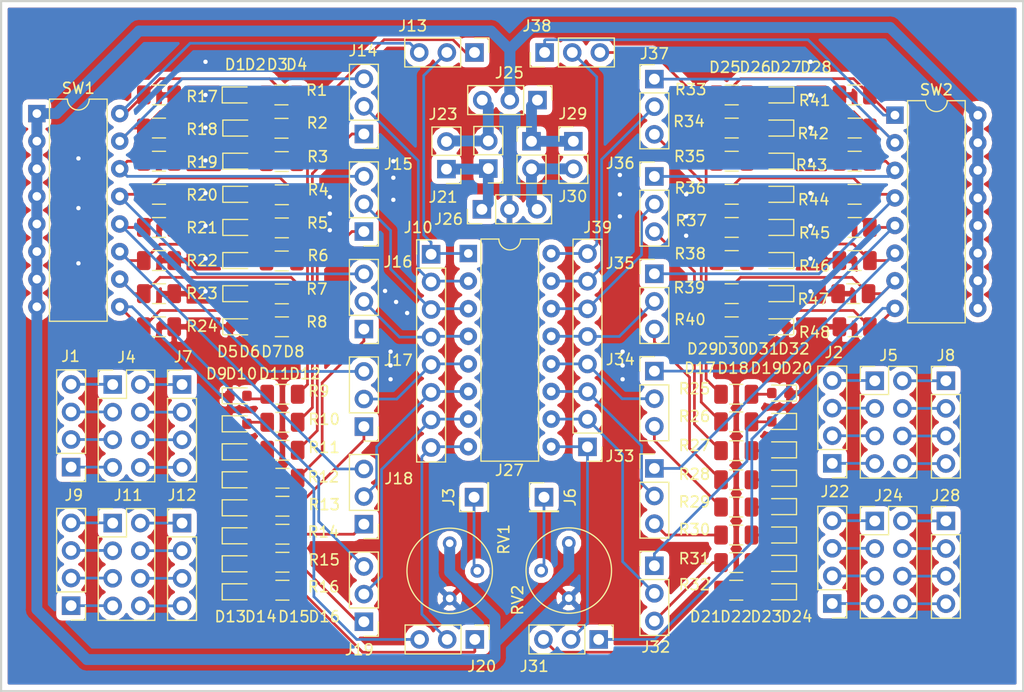
<source format=kicad_pcb>
(kicad_pcb (version 20171130) (host pcbnew 5.0.2-bee76a0~70~ubuntu18.04.1)
  (layers (0 F.Cu signal hide) (31 B.Cu signal hide) (34 B.Paste user) (35 F.Paste user) (36 B.SilkS user) (37 F.SilkS user) (38 B.Mask user) (39 F.Mask user) (44 Edge.Cuts user))
  (net 0 "")
  (net 1 GNDREF)
  (net 2 "Net-(D1-Pad2)")
  (net 3 "Net-(D2-Pad2)")
  (net 4 "Net-(D3-Pad2)")
  (net 5 "Net-(D4-Pad2)")
  (net 6 "Net-(D5-Pad2)")
  (net 7 "Net-(D6-Pad2)")
  (net 8 "Net-(D7-Pad2)")
  (net 9 "Net-(D8-Pad2)")
  (net 10 "Net-(D9-Pad2)")
  (net 11 "Net-(D10-Pad2)")
  (net 12 "Net-(D11-Pad2)")
  (net 13 "Net-(D12-Pad2)")
  (net 14 "Net-(D13-Pad2)")
  (net 15 "Net-(D14-Pad2)")
  (net 16 "Net-(D15-Pad2)")
  (net 17 "Net-(D16-Pad2)")
  (net 18 "Net-(J1-Pad1)")
  (net 19 "Net-(J1-Pad2)")
  (net 20 "Net-(J1-Pad3)")
  (net 21 "Net-(J1-Pad4)")
  (net 22 "Net-(J2-Pad1)")
  (net 23 "Net-(J2-Pad2)")
  (net 24 "Net-(J2-Pad3)")
  (net 25 "Net-(J2-Pad4)")
  (net 26 "Net-(J4-Pad6)")
  (net 27 "Net-(J4-Pad8)")
  (net 28 /I1)
  (net 29 /I2)
  (net 30 /I3)
  (net 31 /I4)
  (net 32 /I5)
  (net 33 /I6)
  (net 34 /I7)
  (net 35 /I8)
  (net 36 /O8)
  (net 37 /O7)
  (net 38 /O6)
  (net 39 /O5)
  (net 40 /O4)
  (net 41 /O3)
  (net 42 /O2)
  (net 43 /O1)
  (net 44 /1)
  (net 45 /2)
  (net 46 /3)
  (net 47 /4)
  (net 48 /5)
  (net 49 /6)
  (net 50 /7)
  (net 51 /8)
  (net 52 "Net-(J21-Pad1)")
  (net 53 "Net-(J21-Pad2)")
  (net 54 VCC)
  (net 55 /9)
  (net 56 /10)
  (net 57 /11)
  (net 58 /12)
  (net 59 /13)
  (net 60 /14)
  (net 61 /15)
  (net 62 /16)
  (net 63 /I9)
  (net 64 /O9)
  (net 65 /I10)
  (net 66 /O10)
  (net 67 /O11)
  (net 68 /I11)
  (net 69 /O12)
  (net 70 /I12)
  (net 71 /I13)
  (net 72 /O13)
  (net 73 /O14)
  (net 74 /I14)
  (net 75 /I15)
  (net 76 /O15)
  (net 77 /O16)
  (net 78 /I16)
  (net 79 "Net-(J4-Pad2)")
  (net 80 "Net-(J4-Pad4)")
  (net 81 "Net-(D17-Pad2)")
  (net 82 "Net-(D18-Pad2)")
  (net 83 "Net-(D19-Pad2)")
  (net 84 "Net-(D20-Pad2)")
  (net 85 "Net-(D21-Pad2)")
  (net 86 "Net-(D22-Pad2)")
  (net 87 "Net-(D23-Pad2)")
  (net 88 "Net-(D24-Pad2)")
  (net 89 "Net-(D25-Pad2)")
  (net 90 "Net-(D26-Pad2)")
  (net 91 "Net-(D27-Pad2)")
  (net 92 "Net-(D28-Pad2)")
  (net 93 "Net-(D29-Pad2)")
  (net 94 "Net-(D30-Pad2)")
  (net 95 "Net-(D31-Pad2)")
  (net 96 "Net-(D32-Pad2)")
  (net 97 "Net-(J3-Pad1)")
  (net 98 "Net-(J5-Pad2)")
  (net 99 "Net-(J5-Pad4)")
  (net 100 "Net-(J5-Pad6)")
  (net 101 "Net-(J5-Pad8)")
  (net 102 "Net-(J6-Pad1)")
  (net 103 "Net-(J11-Pad7)")
  (net 104 "Net-(J11-Pad5)")
  (net 105 "Net-(J11-Pad3)")
  (net 106 "Net-(J11-Pad1)")
  (net 107 "Net-(J11-Pad8)")
  (net 108 "Net-(J11-Pad6)")
  (net 109 "Net-(J11-Pad4)")
  (net 110 "Net-(J11-Pad2)")
  (net 111 "Net-(J22-Pad1)")
  (net 112 "Net-(J22-Pad2)")
  (net 113 "Net-(J22-Pad3)")
  (net 114 "Net-(J22-Pad4)")
  (net 115 "Net-(J24-Pad2)")
  (net 116 "Net-(J24-Pad4)")
  (net 117 "Net-(J24-Pad6)")
  (net 118 "Net-(J24-Pad8)")
  (net 119 "Net-(J25-Pad1)")
  (net 120 "Net-(J26-Pad3)")
  (module Resistor_SMD:R_1206_3216Metric (layer F.Cu) (at 166.24 77.724 180)
    (fp_text reference R39 (at 3.9 0.546 180) (layer F.SilkS))
    (fp_text value 150)
    (pad 2 smd roundrect (at 1.4 0 180) (size 1.25 1.75) (layers F.Cu F.Paste F.Mask) (roundrect_rratio 0.2) (net 65 /I10))
    (pad 1 smd roundrect (at -1.4 0 180) (size 1.25 1.75) (layers F.Cu F.Paste F.Mask) (roundrect_rratio 0.2) (net 95 "Net-(D31-Pad2)"))
  )
  (module LED_SMD:LED_0603_1608Metric (layer F.Cu) (at 120.8785 87.122)
    (fp_text reference D9 (at -2.0065 -2.032) (layer F.SilkS))
    (fp_text value LED)
    (pad 1 smd roundrect (at -0.7875 0) (size 0.875 0.95) (layers F.Cu F.Paste F.Mask) (net 1 GNDREF))
    (pad 2 smd roundrect (at 0.7875 0) (size 0.875 0.95) (layers F.Cu F.Paste F.Mask) (net 10 "Net-(D9-Pad2)"))
  )
  (module LED_SMD:LED_0603_1608Metric (layer F.Cu) (at 120.8785 89.698285)
    (fp_text reference D10 (at 0.2795 -4.608285) (layer F.SilkS))
    (fp_text value LED)
    (pad 2 smd roundrect (at 0.7875 0) (size 0.875 0.95) (layers F.Cu F.Paste F.Mask) (net 11 "Net-(D10-Pad2)"))
    (pad 1 smd roundrect (at -0.7875 0) (size 0.875 0.95) (layers F.Cu F.Paste F.Mask) (net 1 GNDREF))
  )
  (module LED_SMD:LED_0603_1608Metric (layer F.Cu) (at 120.8785 92.27457)
    (fp_text reference D11 (at 3.3275 -7.18457) (layer F.SilkS))
    (fp_text value LED)
    (pad 1 smd roundrect (at -0.7875 0) (size 0.875 0.95) (layers F.Cu F.Paste F.Mask) (net 1 GNDREF))
    (pad 2 smd roundrect (at 0.7875 0) (size 0.875 0.95) (layers F.Cu F.Paste F.Mask) (net 12 "Net-(D11-Pad2)"))
  )
  (module LED_SMD:LED_0603_1608Metric (layer F.Cu) (at 120.8785 94.850855)
    (fp_text reference D12 (at 6.1215 -9.760855) (layer F.SilkS))
    (fp_text value LED)
    (pad 2 smd roundrect (at 0.7875 0) (size 0.875 0.95) (layers F.Cu F.Paste F.Mask) (net 13 "Net-(D12-Pad2)"))
    (pad 1 smd roundrect (at -0.7875 0) (size 0.875 0.95) (layers F.Cu F.Paste F.Mask) (net 1 GNDREF))
  )
  (module LED_SMD:LED_0603_1608Metric (layer F.Cu) (at 120.8785 97.42714)
    (fp_text reference D13 (at -0.7365 10.01486) (layer F.SilkS))
    (fp_text value LED)
    (pad 1 smd roundrect (at -0.7875 0) (size 0.875 0.95) (layers F.Cu F.Paste F.Mask) (net 1 GNDREF))
    (pad 2 smd roundrect (at 0.7875 0) (size 0.875 0.95) (layers F.Cu F.Paste F.Mask) (net 14 "Net-(D13-Pad2)"))
  )
  (module LED_SMD:LED_0603_1608Metric (layer F.Cu) (at 120.8785 100.003425)
    (fp_text reference D14 (at 2.0575 7.438575) (layer F.SilkS))
    (fp_text value LED)
    (pad 2 smd roundrect (at 0.7875 0) (size 0.875 0.95) (layers F.Cu F.Paste F.Mask) (net 15 "Net-(D14-Pad2)"))
    (pad 1 smd roundrect (at -0.7875 0) (size 0.875 0.95) (layers F.Cu F.Paste F.Mask) (net 1 GNDREF))
  )
  (module LED_SMD:LED_0603_1608Metric (layer F.Cu) (at 120.8785 102.57971)
    (fp_text reference D15 (at 5.1055 4.86229) (layer F.SilkS))
    (fp_text value LED)
    (pad 1 smd roundrect (at -0.7875 0) (size 0.875 0.95) (layers F.Cu F.Paste F.Mask) (net 1 GNDREF))
    (pad 2 smd roundrect (at 0.7875 0) (size 0.875 0.95) (layers F.Cu F.Paste F.Mask) (net 16 "Net-(D15-Pad2)"))
  )
  (module LED_SMD:LED_0603_1608Metric (layer F.Cu) (at 120.8785 105.156)
    (fp_text reference D16 (at 7.8995 2.286) (layer F.SilkS))
    (fp_text value LED)
    (pad 2 smd roundrect (at 0.7875 0) (size 0.875 0.95) (layers F.Cu F.Paste F.Mask) (net 17 "Net-(D16-Pad2)"))
    (pad 1 smd roundrect (at -0.7875 0) (size 0.875 0.95) (layers F.Cu F.Paste F.Mask) (net 1 GNDREF))
  )
  (module LED_SMD:LED_0603_1608Metric (layer F.Cu) (at 170.7135 86.868 180)
    (fp_text reference D17 (at 7.3915 2.286 180) (layer F.SilkS))
    (fp_text value LED)
    (pad 2 smd roundrect (at 0.7875 0 180) (size 0.875 0.95) (layers F.Cu F.Paste F.Mask) (net 81 "Net-(D17-Pad2)"))
    (pad 1 smd roundrect (at -0.7875 0 180) (size 0.875 0.95) (layers F.Cu F.Paste F.Mask) (net 1 GNDREF))
  )
  (module LED_SMD:LED_0603_1608Metric (layer F.Cu) (at 170.7135 89.480571 180)
    (fp_text reference D18 (at 4.3435 4.898571 180) (layer F.SilkS))
    (fp_text value LED)
    (pad 1 smd roundrect (at -0.7875 0 180) (size 0.875 0.95) (layers F.Cu F.Paste F.Mask) (net 1 GNDREF))
    (pad 2 smd roundrect (at 0.7875 0 180) (size 0.875 0.95) (layers F.Cu F.Paste F.Mask) (net 82 "Net-(D18-Pad2)"))
  )
  (module LED_SMD:LED_0603_1608Metric (layer F.Cu) (at 170.7135 92.093142 180)
    (fp_text reference D19 (at 1.2955 7.511142 180) (layer F.SilkS))
    (fp_text value LED)
    (pad 2 smd roundrect (at 0.7875 0 180) (size 0.875 0.95) (layers F.Cu F.Paste F.Mask) (net 83 "Net-(D19-Pad2)"))
    (pad 1 smd roundrect (at -0.7875 0 180) (size 0.875 0.95) (layers F.Cu F.Paste F.Mask) (net 1 GNDREF))
  )
  (module LED_SMD:LED_0603_1608Metric (layer F.Cu) (at 170.7135 94.705713 180)
    (fp_text reference D20 (at -1.4985 10.123713 180) (layer F.SilkS))
    (fp_text value LED)
    (pad 1 smd roundrect (at -0.7875 0 180) (size 0.875 0.95) (layers F.Cu F.Paste F.Mask) (net 1 GNDREF))
    (pad 2 smd roundrect (at 0.7875 0 180) (size 0.875 0.95) (layers F.Cu F.Paste F.Mask) (net 84 "Net-(D20-Pad2)"))
  )
  (module LED_SMD:LED_0603_1608Metric (layer F.Cu) (at 170.7135 97.318284 180)
    (fp_text reference D21 (at 6.8835 -10.123716 180) (layer F.SilkS))
    (fp_text value LED)
    (pad 2 smd roundrect (at 0.7875 0 180) (size 0.875 0.95) (layers F.Cu F.Paste F.Mask) (net 85 "Net-(D21-Pad2)"))
    (pad 1 smd roundrect (at -0.7875 0 180) (size 0.875 0.95) (layers F.Cu F.Paste F.Mask) (net 1 GNDREF))
  )
  (module LED_SMD:LED_0603_1608Metric (layer F.Cu) (at 170.7135 99.930855 180)
    (fp_text reference D22 (at 4.0895 -7.511145 180) (layer F.SilkS))
    (fp_text value LED)
    (pad 1 smd roundrect (at -0.7875 0 180) (size 0.875 0.95) (layers F.Cu F.Paste F.Mask) (net 1 GNDREF))
    (pad 2 smd roundrect (at 0.7875 0 180) (size 0.875 0.95) (layers F.Cu F.Paste F.Mask) (net 86 "Net-(D22-Pad2)"))
  )
  (module LED_SMD:LED_0603_1608Metric (layer F.Cu) (at 170.7135 102.543426 180)
    (fp_text reference D23 (at 1.2955 -4.898574 180) (layer F.SilkS))
    (fp_text value LED)
    (pad 1 smd roundrect (at -0.7875 0 180) (size 0.875 0.95) (layers F.Cu F.Paste F.Mask) (net 1 GNDREF))
    (pad 2 smd roundrect (at 0.7875 0 180) (size 0.875 0.95) (layers F.Cu F.Paste F.Mask) (net 87 "Net-(D23-Pad2)"))
  )
  (module LED_SMD:LED_0603_1608Metric (layer F.Cu) (at 170.7135 105.156 180)
    (fp_text reference D24 (at -1.4985 -2.286 180) (layer F.SilkS))
    (fp_text value LED)
    (pad 2 smd roundrect (at 0.7875 0 180) (size 0.875 0.95) (layers F.Cu F.Paste F.Mask) (net 88 "Net-(D24-Pad2)"))
    (pad 1 smd roundrect (at -0.7875 0 180) (size 0.875 0.95) (layers F.Cu F.Paste F.Mask) (net 1 GNDREF))
  )
  (module Connector_PinHeader_2.54mm:PinHeader_1x04_P2.54mm_Vertical (layer F.Cu) (at 105.497 93.684 180)
    (fp_text reference J1 (at 0.05 10.2 180) (layer F.SilkS))
    (fp_text value Conn_01x04)
    (pad 1 thru_hole rect (at 0 0 180) (size 1.7 1.7) (drill 1) (layers *.Cu *.Mask) (net 18 "Net-(J1-Pad1)"))
    (pad 2 thru_hole oval (at 0 2.54 180) (size 1.7 1.7) (drill 1) (layers *.Cu *.Mask) (net 19 "Net-(J1-Pad2)"))
    (pad 3 thru_hole oval (at 0 5.08 180) (size 1.7 1.7) (drill 1) (layers *.Cu *.Mask) (net 20 "Net-(J1-Pad3)"))
    (pad 4 thru_hole oval (at 0 7.62 180) (size 1.7 1.7) (drill 1) (layers *.Cu *.Mask) (net 21 "Net-(J1-Pad4)"))
  )
  (module Connector_PinHeader_2.54mm:PinHeader_1x04_P2.54mm_Vertical (layer F.Cu) (at 175.487 93.337 180)
    (fp_text reference J2 (at -0.15 10.2 180) (layer F.SilkS))
    (fp_text value Conn_01x04)
    (pad 1 thru_hole rect (at 0 0 180) (size 1.7 1.7) (drill 1) (layers *.Cu *.Mask) (net 22 "Net-(J2-Pad1)"))
    (pad 2 thru_hole oval (at 0 2.54 180) (size 1.7 1.7) (drill 1) (layers *.Cu *.Mask) (net 23 "Net-(J2-Pad2)"))
    (pad 3 thru_hole oval (at 0 5.08 180) (size 1.7 1.7) (drill 1) (layers *.Cu *.Mask) (net 24 "Net-(J2-Pad3)"))
    (pad 4 thru_hole oval (at 0 7.62 180) (size 1.7 1.7) (drill 1) (layers *.Cu *.Mask) (net 25 "Net-(J2-Pad4)"))
  )
  (module Connector_PinHeader_2.54mm:PinHeader_2x04_P2.54mm_Vertical (layer F.Cu) (at 109.322 86.084)
    (fp_text reference J4 (at 1.27 -2.5) (layer F.SilkS))
    (fp_text value Conn_02x04_Odd_Even)
    (pad 8 thru_hole oval (at 2.54 7.62) (size 1.7 1.7) (drill 1) (layers *.Cu *.Mask) (net 27 "Net-(J4-Pad8)"))
    (pad 7 thru_hole oval (at 0 7.62) (size 1.7 1.7) (drill 1) (layers *.Cu *.Mask) (net 18 "Net-(J1-Pad1)"))
    (pad 6 thru_hole oval (at 2.54 5.08) (size 1.7 1.7) (drill 1) (layers *.Cu *.Mask) (net 26 "Net-(J4-Pad6)"))
    (pad 5 thru_hole oval (at 0 5.08) (size 1.7 1.7) (drill 1) (layers *.Cu *.Mask) (net 19 "Net-(J1-Pad2)"))
    (pad 4 thru_hole oval (at 2.54 2.54) (size 1.7 1.7) (drill 1) (layers *.Cu *.Mask) (net 80 "Net-(J4-Pad4)"))
    (pad 3 thru_hole oval (at 0 2.54) (size 1.7 1.7) (drill 1) (layers *.Cu *.Mask) (net 20 "Net-(J1-Pad3)"))
    (pad 2 thru_hole oval (at 2.54 0) (size 1.7 1.7) (drill 1) (layers *.Cu *.Mask) (net 79 "Net-(J4-Pad2)"))
    (pad 1 thru_hole rect (at 0 0) (size 1.7 1.7) (drill 1) (layers *.Cu *.Mask) (net 21 "Net-(J1-Pad4)"))
  )
  (module Connector_PinHeader_2.54mm:PinHeader_2x04_P2.54mm_Vertical (layer F.Cu) (at 179.397 85.737)
    (fp_text reference J5 (at 1.27 -2.33) (layer F.SilkS))
    (fp_text value Conn_02x04_Odd_Even)
    (pad 1 thru_hole rect (at 0 0) (size 1.7 1.7) (drill 1) (layers *.Cu *.Mask) (net 25 "Net-(J2-Pad4)"))
    (pad 2 thru_hole oval (at 2.54 0) (size 1.7 1.7) (drill 1) (layers *.Cu *.Mask) (net 98 "Net-(J5-Pad2)"))
    (pad 3 thru_hole oval (at 0 2.54) (size 1.7 1.7) (drill 1) (layers *.Cu *.Mask) (net 24 "Net-(J2-Pad3)"))
    (pad 4 thru_hole oval (at 2.54 2.54) (size 1.7 1.7) (drill 1) (layers *.Cu *.Mask) (net 99 "Net-(J5-Pad4)"))
    (pad 5 thru_hole oval (at 0 5.08) (size 1.7 1.7) (drill 1) (layers *.Cu *.Mask) (net 23 "Net-(J2-Pad2)"))
    (pad 6 thru_hole oval (at 2.54 5.08) (size 1.7 1.7) (drill 1) (layers *.Cu *.Mask) (net 100 "Net-(J5-Pad6)"))
    (pad 7 thru_hole oval (at 0 7.62) (size 1.7 1.7) (drill 1) (layers *.Cu *.Mask) (net 22 "Net-(J2-Pad1)"))
    (pad 8 thru_hole oval (at 2.54 7.62) (size 1.7 1.7) (drill 1) (layers *.Cu *.Mask) (net 101 "Net-(J5-Pad8)"))
  )
  (module Connector_PinHeader_2.54mm:PinHeader_1x04_P2.54mm_Vertical (layer F.Cu) (at 115.697 86.084)
    (fp_text reference J7 (at 0.1 -2.55) (layer F.SilkS))
    (fp_text value Conn_01x04)
    (pad 4 thru_hole oval (at 0 7.62) (size 1.7 1.7) (drill 1) (layers *.Cu *.Mask) (net 27 "Net-(J4-Pad8)"))
    (pad 3 thru_hole oval (at 0 5.08) (size 1.7 1.7) (drill 1) (layers *.Cu *.Mask) (net 26 "Net-(J4-Pad6)"))
    (pad 2 thru_hole oval (at 0 2.54) (size 1.7 1.7) (drill 1) (layers *.Cu *.Mask) (net 80 "Net-(J4-Pad4)"))
    (pad 1 thru_hole rect (at 0 0) (size 1.7 1.7) (drill 1) (layers *.Cu *.Mask) (net 79 "Net-(J4-Pad2)"))
  )
  (module Connector_PinHeader_2.54mm:PinHeader_1x04_P2.54mm_Vertical (layer F.Cu) (at 185.937 85.737)
    (fp_text reference J8 (at 0 -2.33) (layer F.SilkS))
    (fp_text value Conn_01x04)
    (pad 4 thru_hole oval (at 0 7.62) (size 1.7 1.7) (drill 1) (layers *.Cu *.Mask) (net 101 "Net-(J5-Pad8)"))
    (pad 3 thru_hole oval (at 0 5.08) (size 1.7 1.7) (drill 1) (layers *.Cu *.Mask) (net 100 "Net-(J5-Pad6)"))
    (pad 2 thru_hole oval (at 0 2.54) (size 1.7 1.7) (drill 1) (layers *.Cu *.Mask) (net 99 "Net-(J5-Pad4)"))
    (pad 1 thru_hole rect (at 0 0) (size 1.7 1.7) (drill 1) (layers *.Cu *.Mask) (net 98 "Net-(J5-Pad2)"))
  )
  (module Connector_PinHeader_2.54mm:PinHeader_1x08_P2.54mm_Vertical (layer F.Cu) (at 138.6 74.1)
    (fp_text reference J10 (at -1.186 -2.472) (layer F.SilkS))
    (fp_text value Conn_01x08)
    (pad 8 thru_hole oval (at 0 17.78) (size 1.7 1.7) (drill 1) (layers *.Cu *.Mask) (net 51 /8))
    (pad 7 thru_hole oval (at 0 15.24) (size 1.7 1.7) (drill 1) (layers *.Cu *.Mask) (net 50 /7))
    (pad 6 thru_hole oval (at 0 12.7) (size 1.7 1.7) (drill 1) (layers *.Cu *.Mask) (net 49 /6))
    (pad 5 thru_hole oval (at 0 10.16) (size 1.7 1.7) (drill 1) (layers *.Cu *.Mask) (net 48 /5))
    (pad 4 thru_hole oval (at 0 7.62) (size 1.7 1.7) (drill 1) (layers *.Cu *.Mask) (net 47 /4))
    (pad 3 thru_hole oval (at 0 5.08) (size 1.7 1.7) (drill 1) (layers *.Cu *.Mask) (net 46 /3))
    (pad 2 thru_hole oval (at 0 2.54) (size 1.7 1.7) (drill 1) (layers *.Cu *.Mask) (net 45 /2))
    (pad 1 thru_hole rect (at 0 0) (size 1.7 1.7) (drill 1) (layers *.Cu *.Mask) (net 44 /1))
  )
  (module Connector_PinHeader_2.54mm:PinHeader_1x04_P2.54mm_Vertical (layer F.Cu) (at 105.497 106.433 180)
    (fp_text reference J9 (at -0.25 10.167 180) (layer F.SilkS))
    (fp_text value Conn_01x04)
    (pad 1 thru_hole rect (at 0 0 180) (size 1.7 1.7) (drill 1) (layers *.Cu *.Mask) (net 103 "Net-(J11-Pad7)"))
    (pad 2 thru_hole oval (at 0 2.54 180) (size 1.7 1.7) (drill 1) (layers *.Cu *.Mask) (net 104 "Net-(J11-Pad5)"))
    (pad 3 thru_hole oval (at 0 5.08 180) (size 1.7 1.7) (drill 1) (layers *.Cu *.Mask) (net 105 "Net-(J11-Pad3)"))
    (pad 4 thru_hole oval (at 0 7.62 180) (size 1.7 1.7) (drill 1) (layers *.Cu *.Mask) (net 106 "Net-(J11-Pad1)"))
  )
  (module Connector_PinHeader_2.54mm:PinHeader_2x04_P2.54mm_Vertical (layer F.Cu) (at 109.322 98.833)
    (fp_text reference J11 (at 1.422 -2.567) (layer F.SilkS))
    (fp_text value Conn_02x04_Odd_Even)
    (pad 8 thru_hole oval (at 2.54 7.62) (size 1.7 1.7) (drill 1) (layers *.Cu *.Mask) (net 107 "Net-(J11-Pad8)"))
    (pad 7 thru_hole oval (at 0 7.62) (size 1.7 1.7) (drill 1) (layers *.Cu *.Mask) (net 103 "Net-(J11-Pad7)"))
    (pad 6 thru_hole oval (at 2.54 5.08) (size 1.7 1.7) (drill 1) (layers *.Cu *.Mask) (net 108 "Net-(J11-Pad6)"))
    (pad 5 thru_hole oval (at 0 5.08) (size 1.7 1.7) (drill 1) (layers *.Cu *.Mask) (net 104 "Net-(J11-Pad5)"))
    (pad 4 thru_hole oval (at 2.54 2.54) (size 1.7 1.7) (drill 1) (layers *.Cu *.Mask) (net 109 "Net-(J11-Pad4)"))
    (pad 3 thru_hole oval (at 0 2.54) (size 1.7 1.7) (drill 1) (layers *.Cu *.Mask) (net 105 "Net-(J11-Pad3)"))
    (pad 2 thru_hole oval (at 2.54 0) (size 1.7 1.7) (drill 1) (layers *.Cu *.Mask) (net 110 "Net-(J11-Pad2)"))
    (pad 1 thru_hole rect (at 0 0) (size 1.7 1.7) (drill 1) (layers *.Cu *.Mask) (net 106 "Net-(J11-Pad1)"))
  )
  (module Connector_PinHeader_2.54mm:PinHeader_1x04_P2.54mm_Vertical (layer F.Cu) (at 115.697 98.833)
    (fp_text reference J12 (at 0 -2.567) (layer F.SilkS))
    (fp_text value Conn_01x04)
    (pad 4 thru_hole oval (at 0 7.62) (size 1.7 1.7) (drill 1) (layers *.Cu *.Mask) (net 107 "Net-(J11-Pad8)"))
    (pad 3 thru_hole oval (at 0 5.08) (size 1.7 1.7) (drill 1) (layers *.Cu *.Mask) (net 108 "Net-(J11-Pad6)"))
    (pad 2 thru_hole oval (at 0 2.54) (size 1.7 1.7) (drill 1) (layers *.Cu *.Mask) (net 109 "Net-(J11-Pad4)"))
    (pad 1 thru_hole rect (at 0 0) (size 1.7 1.7) (drill 1) (layers *.Cu *.Mask) (net 110 "Net-(J11-Pad2)"))
  )
  (module Connector_PinHeader_2.54mm:PinHeader_1x03_P2.54mm_Vertical (layer F.Cu) (at 142.59 55.53 270)
    (fp_text reference J13 (at -2.444 5.684) (layer F.SilkS))
    (fp_text value Conn_01x03)
    (pad 1 thru_hole rect (at 0 0 270) (size 1.7 1.7) (drill 1) (layers *.Cu *.Mask) (net 43 /O1))
    (pad 2 thru_hole oval (at 0 2.54 270) (size 1.7 1.7) (drill 1) (layers *.Cu *.Mask) (net 44 /1))
    (pad 3 thru_hole oval (at 0 5.08 270) (size 1.7 1.7) (drill 1) (layers *.Cu *.Mask) (net 28 /I1))
  )
  (module Connector_PinHeader_2.54mm:PinHeader_1x03_P2.54mm_Vertical (layer F.Cu) (at 132.42 63.03 180)
    (fp_text reference J14 (at 0.086 7.658 180) (layer F.SilkS))
    (fp_text value Conn_01x03)
    (pad 1 thru_hole rect (at 0 0 180) (size 1.7 1.7) (drill 1) (layers *.Cu *.Mask) (net 42 /O2))
    (pad 2 thru_hole oval (at 0 2.54 180) (size 1.7 1.7) (drill 1) (layers *.Cu *.Mask) (net 45 /2))
    (pad 3 thru_hole oval (at 0 5.08 180) (size 1.7 1.7) (drill 1) (layers *.Cu *.Mask) (net 29 /I2))
  )
  (module Connector_PinHeader_2.54mm:PinHeader_1x03_P2.54mm_Vertical (layer F.Cu) (at 132.42 72.006 180)
    (fp_text reference J15 (at -3.176 6.2 180) (layer F.SilkS))
    (fp_text value Conn_01x03)
    (pad 1 thru_hole rect (at 0 0 180) (size 1.7 1.7) (drill 1) (layers *.Cu *.Mask) (net 41 /O3))
    (pad 2 thru_hole oval (at 0 2.54 180) (size 1.7 1.7) (drill 1) (layers *.Cu *.Mask) (net 46 /3))
    (pad 3 thru_hole oval (at 0 5.08 180) (size 1.7 1.7) (drill 1) (layers *.Cu *.Mask) (net 30 /I3))
  )
  (module Connector_PinHeader_2.54mm:PinHeader_1x03_P2.54mm_Vertical (layer F.Cu) (at 132.42 80.982 180)
    (fp_text reference J16 (at -3.136 6.184 180) (layer F.SilkS))
    (fp_text value Conn_01x03)
    (pad 3 thru_hole oval (at 0 5.08 180) (size 1.7 1.7) (drill 1) (layers *.Cu *.Mask) (net 31 /I4))
    (pad 2 thru_hole oval (at 0 2.54 180) (size 1.7 1.7) (drill 1) (layers *.Cu *.Mask) (net 47 /4))
    (pad 1 thru_hole rect (at 0 0 180) (size 1.7 1.7) (drill 1) (layers *.Cu *.Mask) (net 40 /O4))
  )
  (module Connector_PinHeader_2.54mm:PinHeader_1x03_P2.54mm_Vertical (layer F.Cu) (at 132.42 89.958 180)
    (fp_text reference J17 (at -3.161 6.115 180) (layer F.SilkS))
    (fp_text value Conn_01x03)
    (pad 1 thru_hole rect (at 0 0 180) (size 1.7 1.7) (drill 1) (layers *.Cu *.Mask) (net 39 /O5))
    (pad 2 thru_hole oval (at 0 2.54 180) (size 1.7 1.7) (drill 1) (layers *.Cu *.Mask) (net 48 /5))
    (pad 3 thru_hole oval (at 0 5.08 180) (size 1.7 1.7) (drill 1) (layers *.Cu *.Mask) (net 32 /I5))
  )
  (module Connector_PinHeader_2.54mm:PinHeader_1x03_P2.54mm_Vertical (layer F.Cu) (at 132.42 98.934 180)
    (fp_text reference J18 (at -3.216 4.192 180) (layer F.SilkS))
    (fp_text value Conn_01x03)
    (pad 1 thru_hole rect (at 0 0 180) (size 1.7 1.7) (drill 1) (layers *.Cu *.Mask) (net 38 /O6))
    (pad 2 thru_hole oval (at 0 2.54 180) (size 1.7 1.7) (drill 1) (layers *.Cu *.Mask) (net 49 /6))
    (pad 3 thru_hole oval (at 0 5.08 180) (size 1.7 1.7) (drill 1) (layers *.Cu *.Mask) (net 33 /I6))
  )
  (module Connector_PinHeader_2.54mm:PinHeader_1x03_P2.54mm_Vertical (layer F.Cu) (at 132.42 107.91 180)
    (fp_text reference J19 (at 0.42 -2.58) (layer F.SilkS))
    (fp_text value Conn_01x03)
    (pad 1 thru_hole rect (at 0 0 180) (size 1.7 1.7) (drill 1) (layers *.Cu *.Mask) (net 37 /O7))
    (pad 2 thru_hole oval (at 0 2.54 180) (size 1.7 1.7) (drill 1) (layers *.Cu *.Mask) (net 50 /7))
    (pad 3 thru_hole oval (at 0 5.08 180) (size 1.7 1.7) (drill 1) (layers *.Cu *.Mask) (net 34 /I7))
  )
  (module Connector_PinHeader_2.54mm:PinHeader_1x03_P2.54mm_Vertical (layer F.Cu) (at 142.62 109.54 270)
    (fp_text reference J20 (at 2.474 -0.636) (layer F.SilkS))
    (fp_text value Conn_01x03)
    (pad 3 thru_hole oval (at 0 5.08 270) (size 1.7 1.7) (drill 1) (layers *.Cu *.Mask) (net 35 /I8))
    (pad 2 thru_hole oval (at 0 2.54 270) (size 1.7 1.7) (drill 1) (layers *.Cu *.Mask) (net 51 /8))
    (pad 1 thru_hole rect (at 0 0 270) (size 1.7 1.7) (drill 1) (layers *.Cu *.Mask) (net 36 /O8))
  )
  (module Connector_PinHeader_2.54mm:PinHeader_1x02_P2.54mm_Vertical (layer F.Cu) (at 140.01 66.26 180)
    (fp_text reference J21 (at 0.31 -2.574 180) (layer F.SilkS))
    (fp_text value Conn_01x02)
    (pad 1 thru_hole rect (at 0 0 180) (size 1.7 1.7) (drill 1) (layers *.Cu *.Mask) (net 52 "Net-(J21-Pad1)"))
    (pad 2 thru_hole oval (at 0 2.54 180) (size 1.7 1.7) (drill 1) (layers *.Cu *.Mask) (net 53 "Net-(J21-Pad2)"))
  )
  (module Connector_PinHeader_2.54mm:PinHeader_1x04_P2.54mm_Vertical (layer F.Cu) (at 175.487 106.235 180)
    (fp_text reference J22 (at -0.25 10.3 180) (layer F.SilkS))
    (fp_text value Conn_01x04)
    (pad 1 thru_hole rect (at 0 0 180) (size 1.7 1.7) (drill 1) (layers *.Cu *.Mask) (net 111 "Net-(J22-Pad1)"))
    (pad 2 thru_hole oval (at 0 2.54 180) (size 1.7 1.7) (drill 1) (layers *.Cu *.Mask) (net 112 "Net-(J22-Pad2)"))
    (pad 3 thru_hole oval (at 0 5.08 180) (size 1.7 1.7) (drill 1) (layers *.Cu *.Mask) (net 113 "Net-(J22-Pad3)"))
    (pad 4 thru_hole oval (at 0 7.62 180) (size 1.7 1.7) (drill 1) (layers *.Cu *.Mask) (net 114 "Net-(J22-Pad4)"))
  )
  (module Connector_PinHeader_2.54mm:PinHeader_1x02_P2.54mm_Vertical (layer F.Cu) (at 143.86 66.21 180)
    (fp_text reference J23 (at 4.16 4.996 180) (layer F.SilkS))
    (fp_text value Conn_01x02)
    (pad 2 thru_hole oval (at 0 2.54 180) (size 1.7 1.7) (drill 1) (layers *.Cu *.Mask) (net 53 "Net-(J21-Pad2)"))
    (pad 1 thru_hole rect (at 0 0 180) (size 1.7 1.7) (drill 1) (layers *.Cu *.Mask) (net 52 "Net-(J21-Pad1)"))
  )
  (module Connector_PinHeader_2.54mm:PinHeader_2x04_P2.54mm_Vertical (layer F.Cu) (at 179.397 98.635)
    (fp_text reference J24 (at 1.27 -2.33) (layer F.SilkS))
    (fp_text value Conn_02x04_Odd_Even)
    (pad 1 thru_hole rect (at 0 0) (size 1.7 1.7) (drill 1) (layers *.Cu *.Mask) (net 114 "Net-(J22-Pad4)"))
    (pad 2 thru_hole oval (at 2.54 0) (size 1.7 1.7) (drill 1) (layers *.Cu *.Mask) (net 115 "Net-(J24-Pad2)"))
    (pad 3 thru_hole oval (at 0 2.54) (size 1.7 1.7) (drill 1) (layers *.Cu *.Mask) (net 113 "Net-(J22-Pad3)"))
    (pad 4 thru_hole oval (at 2.54 2.54) (size 1.7 1.7) (drill 1) (layers *.Cu *.Mask) (net 116 "Net-(J24-Pad4)"))
    (pad 5 thru_hole oval (at 0 5.08) (size 1.7 1.7) (drill 1) (layers *.Cu *.Mask) (net 112 "Net-(J22-Pad2)"))
    (pad 6 thru_hole oval (at 2.54 5.08) (size 1.7 1.7) (drill 1) (layers *.Cu *.Mask) (net 117 "Net-(J24-Pad6)"))
    (pad 7 thru_hole oval (at 0 7.62) (size 1.7 1.7) (drill 1) (layers *.Cu *.Mask) (net 111 "Net-(J22-Pad1)"))
    (pad 8 thru_hole oval (at 2.54 7.62) (size 1.7 1.7) (drill 1) (layers *.Cu *.Mask) (net 118 "Net-(J24-Pad8)"))
  )
  (module Connector_PinHeader_2.54mm:PinHeader_1x03_P2.54mm_Vertical (layer F.Cu) (at 148.38 59.91 270)
    (fp_text reference J25 (at -2.506 2.584) (layer F.SilkS))
    (fp_text value Conn_01x03)
    (pad 1 thru_hole rect (at 0 0 270) (size 1.7 1.7) (drill 1) (layers *.Cu *.Mask) (net 119 "Net-(J25-Pad1)"))
    (pad 2 thru_hole oval (at 0 2.54 270) (size 1.7 1.7) (drill 1) (layers *.Cu *.Mask) (net 54 VCC))
    (pad 3 thru_hole oval (at 0 5.08 270) (size 1.7 1.7) (drill 1) (layers *.Cu *.Mask) (net 53 "Net-(J21-Pad2)"))
  )
  (module Connector_PinHeader_2.54mm:PinHeader_1x03_P2.54mm_Vertical (layer F.Cu) (at 143.27 69.96 90)
    (fp_text reference J26 (at -0.906 -3.062 180) (layer F.SilkS))
    (fp_text value Conn_01x03)
    (pad 3 thru_hole oval (at 0 5.08 90) (size 1.7 1.7) (drill 1) (layers *.Cu *.Mask) (net 120 "Net-(J26-Pad3)"))
    (pad 2 thru_hole oval (at 0 2.54 90) (size 1.7 1.7) (drill 1) (layers *.Cu *.Mask) (net 1 GNDREF))
    (pad 1 thru_hole rect (at 0 0 90) (size 1.7 1.7) (drill 1) (layers *.Cu *.Mask) (net 52 "Net-(J21-Pad1)"))
  )
  (module Package_DIP:DIP-16_W7.62mm (layer F.Cu) (at 142.025 74.025)
    (fp_text reference J27 (at 3.771 19.955) (layer F.SilkS))
    (fp_text value Conn_02x08_Counter_Clockwise)
    (pad 1 thru_hole rect (at 0 0) (size 1.6 1.6) (drill 0.8) (layers *.Cu *.Mask) (net 44 /1))
    (pad 9 thru_hole oval (at 7.62 17.78) (size 1.6 1.6) (drill 0.8) (layers *.Cu *.Mask) (net 55 /9))
    (pad 2 thru_hole oval (at 0 2.54) (size 1.6 1.6) (drill 0.8) (layers *.Cu *.Mask) (net 45 /2))
    (pad 10 thru_hole oval (at 7.62 15.24) (size 1.6 1.6) (drill 0.8) (layers *.Cu *.Mask) (net 56 /10))
    (pad 3 thru_hole oval (at 0 5.08) (size 1.6 1.6) (drill 0.8) (layers *.Cu *.Mask) (net 46 /3))
    (pad 11 thru_hole oval (at 7.62 12.7) (size 1.6 1.6) (drill 0.8) (layers *.Cu *.Mask) (net 57 /11))
    (pad 4 thru_hole oval (at 0 7.62) (size 1.6 1.6) (drill 0.8) (layers *.Cu *.Mask) (net 47 /4))
    (pad 12 thru_hole oval (at 7.62 10.16) (size 1.6 1.6) (drill 0.8) (layers *.Cu *.Mask) (net 58 /12))
    (pad 5 thru_hole oval (at 0 10.16) (size 1.6 1.6) (drill 0.8) (layers *.Cu *.Mask) (net 48 /5))
    (pad 13 thru_hole oval (at 7.62 7.62) (size 1.6 1.6) (drill 0.8) (layers *.Cu *.Mask) (net 59 /13))
    (pad 6 thru_hole oval (at 0 12.7) (size 1.6 1.6) (drill 0.8) (layers *.Cu *.Mask) (net 49 /6))
    (pad 14 thru_hole oval (at 7.62 5.08) (size 1.6 1.6) (drill 0.8) (layers *.Cu *.Mask) (net 60 /14))
    (pad 7 thru_hole oval (at 0 15.24) (size 1.6 1.6) (drill 0.8) (layers *.Cu *.Mask) (net 50 /7))
    (pad 15 thru_hole oval (at 7.62 2.54) (size 1.6 1.6) (drill 0.8) (layers *.Cu *.Mask) (net 61 /15))
    (pad 8 thru_hole oval (at 0 17.78) (size 1.6 1.6) (drill 0.8) (layers *.Cu *.Mask) (net 51 /8))
    (pad 16 thru_hole oval (at 7.62 0) (size 1.6 1.6) (drill 0.8) (layers *.Cu *.Mask) (net 62 /16))
  )
  (module Connector_PinHeader_2.54mm:PinHeader_1x04_P2.54mm_Vertical (layer F.Cu) (at 185.937 98.635)
    (fp_text reference J28 (at 0 -2.33) (layer F.SilkS))
    (fp_text value Conn_01x04)
    (pad 4 thru_hole oval (at 0 7.62) (size 1.7 1.7) (drill 1) (layers *.Cu *.Mask) (net 118 "Net-(J24-Pad8)"))
    (pad 3 thru_hole oval (at 0 5.08) (size 1.7 1.7) (drill 1) (layers *.Cu *.Mask) (net 117 "Net-(J24-Pad6)"))
    (pad 2 thru_hole oval (at 0 2.54) (size 1.7 1.7) (drill 1) (layers *.Cu *.Mask) (net 116 "Net-(J24-Pad4)"))
    (pad 1 thru_hole rect (at 0 0) (size 1.7 1.7) (drill 1) (layers *.Cu *.Mask) (net 115 "Net-(J24-Pad2)"))
  )
  (module Connector_PinHeader_2.54mm:PinHeader_1x02_P2.54mm_Vertical (layer F.Cu) (at 147.83 63.7)
    (fp_text reference J29 (at 3.81 -2.53) (layer F.SilkS))
    (fp_text value Conn_01x02)
    (pad 2 thru_hole oval (at 0 2.54) (size 1.7 1.7) (drill 1) (layers *.Cu *.Mask) (net 120 "Net-(J26-Pad3)"))
    (pad 1 thru_hole rect (at 0 0) (size 1.7 1.7) (drill 1) (layers *.Cu *.Mask) (net 119 "Net-(J25-Pad1)"))
  )
  (module Connector_PinHeader_2.54mm:PinHeader_1x02_P2.54mm_Vertical (layer F.Cu) (at 151.68 63.7)
    (fp_text reference J30 (at -0.042 5.075) (layer F.SilkS))
    (fp_text value Conn_01x02)
    (pad 1 thru_hole rect (at 0 0) (size 1.7 1.7) (drill 1) (layers *.Cu *.Mask) (net 119 "Net-(J25-Pad1)"))
    (pad 2 thru_hole oval (at 0 2.54) (size 1.7 1.7) (drill 1) (layers *.Cu *.Mask) (net 120 "Net-(J26-Pad3)"))
  )
  (module Connector_PinHeader_2.54mm:PinHeader_1x03_P2.54mm_Vertical (layer F.Cu) (at 154.01 109.54 270)
    (fp_text reference J31 (at 2.474 5.928) (layer F.SilkS))
    (fp_text value Conn_01x03)
    (pad 1 thru_hole rect (at 0 0 270) (size 1.7 1.7) (drill 1) (layers *.Cu *.Mask) (net 63 /I9))
    (pad 2 thru_hole oval (at 0 2.54 270) (size 1.7 1.7) (drill 1) (layers *.Cu *.Mask) (net 55 /9))
    (pad 3 thru_hole oval (at 0 5.08 270) (size 1.7 1.7) (drill 1) (layers *.Cu *.Mask) (net 64 /O9))
  )
  (module Connector_PinHeader_2.54mm:PinHeader_1x03_P2.54mm_Vertical (layer F.Cu) (at 159.13 102.76)
    (fp_text reference J32 (at 0.138 7.476) (layer F.SilkS))
    (fp_text value Conn_01x03)
    (pad 1 thru_hole rect (at 0 0) (size 1.7 1.7) (drill 1) (layers *.Cu *.Mask) (net 65 /I10))
    (pad 2 thru_hole oval (at 0 2.54) (size 1.7 1.7) (drill 1) (layers *.Cu *.Mask) (net 56 /10))
    (pad 3 thru_hole oval (at 0 5.08) (size 1.7 1.7) (drill 1) (layers *.Cu *.Mask) (net 66 /O10))
  )
  (module Connector_PinHeader_2.54mm:PinHeader_1x03_P2.54mm_Vertical (layer F.Cu) (at 159.13 93.804)
    (fp_text reference J33 (at -3.164 -1.13) (layer F.SilkS))
    (fp_text value Conn_01x03)
    (pad 3 thru_hole oval (at 0 5.08) (size 1.7 1.7) (drill 1) (layers *.Cu *.Mask) (net 67 /O11))
    (pad 2 thru_hole oval (at 0 2.54) (size 1.7 1.7) (drill 1) (layers *.Cu *.Mask) (net 57 /11))
    (pad 1 thru_hole rect (at 0 0) (size 1.7 1.7) (drill 1) (layers *.Cu *.Mask) (net 68 /I11))
  )
  (module Connector_PinHeader_2.54mm:PinHeader_1x03_P2.54mm_Vertical (layer F.Cu) (at 159.13 84.848)
    (fp_text reference J34 (at -3.134 -1.06) (layer F.SilkS))
    (fp_text value Conn_01x03)
    (pad 3 thru_hole oval (at 0 5.08) (size 1.7 1.7) (drill 1) (layers *.Cu *.Mask) (net 69 /O12))
    (pad 2 thru_hole oval (at 0 2.54) (size 1.7 1.7) (drill 1) (layers *.Cu *.Mask) (net 58 /12))
    (pad 1 thru_hole rect (at 0 0) (size 1.7 1.7) (drill 1) (layers *.Cu *.Mask) (net 70 /I12))
  )
  (module Connector_PinHeader_2.54mm:PinHeader_1x03_P2.54mm_Vertical (layer F.Cu) (at 159.13 75.892)
    (fp_text reference J35 (at -3.144 -0.97) (layer F.SilkS))
    (fp_text value Conn_01x03)
    (pad 1 thru_hole rect (at 0 0) (size 1.7 1.7) (drill 1) (layers *.Cu *.Mask) (net 71 /I13))
    (pad 2 thru_hole oval (at 0 2.54) (size 1.7 1.7) (drill 1) (layers *.Cu *.Mask) (net 59 /13))
    (pad 3 thru_hole oval (at 0 5.08) (size 1.7 1.7) (drill 1) (layers *.Cu *.Mask) (net 72 /O13))
  )
  (module Connector_PinHeader_2.54mm:PinHeader_1x03_P2.54mm_Vertical (layer F.Cu) (at 159.13 66.936)
    (fp_text reference J36 (at -3.134 -1.214) (layer F.SilkS))
    (fp_text value Conn_01x03)
    (pad 3 thru_hole oval (at 0 5.08) (size 1.7 1.7) (drill 1) (layers *.Cu *.Mask) (net 73 /O14))
    (pad 2 thru_hole oval (at 0 2.54) (size 1.7 1.7) (drill 1) (layers *.Cu *.Mask) (net 60 /14))
    (pad 1 thru_hole rect (at 0 0) (size 1.7 1.7) (drill 1) (layers *.Cu *.Mask) (net 74 /I14))
  )
  (module Connector_PinHeader_2.54mm:PinHeader_1x03_P2.54mm_Vertical (layer F.Cu) (at 159.13 57.98)
    (fp_text reference J37 (at 0 -2.33) (layer F.SilkS))
    (fp_text value Conn_01x03)
    (pad 1 thru_hole rect (at 0 0) (size 1.7 1.7) (drill 1) (layers *.Cu *.Mask) (net 75 /I15))
    (pad 2 thru_hole oval (at 0 2.54) (size 1.7 1.7) (drill 1) (layers *.Cu *.Mask) (net 61 /15))
    (pad 3 thru_hole oval (at 0 5.08) (size 1.7 1.7) (drill 1) (layers *.Cu *.Mask) (net 76 /O15))
  )
  (module Connector_PinHeader_2.54mm:PinHeader_1x03_P2.54mm_Vertical (layer F.Cu) (at 149.04 55.53 90)
    (fp_text reference J38 (at 2.444 -0.704 180) (layer F.SilkS))
    (fp_text value Conn_01x03)
    (pad 3 thru_hole oval (at 0 5.08 90) (size 1.7 1.7) (drill 1) (layers *.Cu *.Mask) (net 77 /O16))
    (pad 2 thru_hole oval (at 0 2.54 90) (size 1.7 1.7) (drill 1) (layers *.Cu *.Mask) (net 62 /16))
    (pad 1 thru_hole rect (at 0 0 90) (size 1.7 1.7) (drill 1) (layers *.Cu *.Mask) (net 78 /I16))
  )
  (module Connector_PinHeader_2.54mm:PinHeader_1x08_P2.54mm_Vertical (layer F.Cu) (at 152.98 91.82 180)
    (fp_text reference J39 (at -0.944 20.192 180) (layer F.SilkS))
    (fp_text value Conn_01x08)
    (pad 1 thru_hole rect (at 0 0 180) (size 1.7 1.7) (drill 1) (layers *.Cu *.Mask) (net 55 /9))
    (pad 2 thru_hole oval (at 0 2.54 180) (size 1.7 1.7) (drill 1) (layers *.Cu *.Mask) (net 56 /10))
    (pad 3 thru_hole oval (at 0 5.08 180) (size 1.7 1.7) (drill 1) (layers *.Cu *.Mask) (net 57 /11))
    (pad 4 thru_hole oval (at 0 7.62 180) (size 1.7 1.7) (drill 1) (layers *.Cu *.Mask) (net 58 /12))
    (pad 5 thru_hole oval (at 0 10.16 180) (size 1.7 1.7) (drill 1) (layers *.Cu *.Mask) (net 59 /13))
    (pad 6 thru_hole oval (at 0 12.7 180) (size 1.7 1.7) (drill 1) (layers *.Cu *.Mask) (net 60 /14))
    (pad 7 thru_hole oval (at 0 15.24 180) (size 1.7 1.7) (drill 1) (layers *.Cu *.Mask) (net 61 /15))
    (pad 8 thru_hole oval (at 0 17.78 180) (size 1.7 1.7) (drill 1) (layers *.Cu *.Mask) (net 62 /16))
  )
  (module Resistor_SMD:R_1206_3216Metric (layer F.Cu) (at 124.929 86.977)
    (fp_text reference R9 (at 3.341 -0.284) (layer F.SilkS))
    (fp_text value 150)
    (pad 1 smd roundrect (at -1.4 0) (size 1.25 1.75) (layers F.Cu F.Paste F.Mask) (roundrect_rratio 0.2) (net 10 "Net-(D9-Pad2)"))
    (pad 2 smd roundrect (at 1.4 0) (size 1.25 1.75) (layers F.Cu F.Paste F.Mask) (roundrect_rratio 0.2) (net 43 /O1))
  )
  (module Resistor_SMD:R_1206_3216Metric (layer F.Cu) (at 124.929 89.553285)
    (fp_text reference R10 (at 3.832 -0.266) (layer F.SilkS))
    (fp_text value 150)
    (pad 2 smd roundrect (at 1.4 0) (size 1.25 1.75) (layers F.Cu F.Paste F.Mask) (roundrect_rratio 0.2) (net 42 /O2))
    (pad 1 smd roundrect (at -1.4 0) (size 1.25 1.75) (layers F.Cu F.Paste F.Mask) (roundrect_rratio 0.2) (net 11 "Net-(D10-Pad2)"))
  )
  (module Resistor_SMD:R_1206_3216Metric (layer F.Cu) (at 124.929 92.12957)
    (fp_text reference R11 (at 3.822 -0.256) (layer F.SilkS))
    (fp_text value 150)
    (pad 1 smd roundrect (at -1.4 0) (size 1.25 1.75) (layers F.Cu F.Paste F.Mask) (roundrect_rratio 0.2) (net 12 "Net-(D11-Pad2)"))
    (pad 2 smd roundrect (at 1.4 0) (size 1.25 1.75) (layers F.Cu F.Paste F.Mask) (roundrect_rratio 0.2) (net 41 /O3))
  )
  (module Resistor_SMD:R_1206_3216Metric (layer F.Cu) (at 124.929 94.705855)
    (fp_text reference R12 (at 3.772 -0.126) (layer F.SilkS))
    (fp_text value 150)
    (pad 2 smd roundrect (at 1.4 0) (size 1.25 1.75) (layers F.Cu F.Paste F.Mask) (roundrect_rratio 0.2) (net 40 /O4))
    (pad 1 smd roundrect (at -1.4 0) (size 1.25 1.75) (layers F.Cu F.Paste F.Mask) (roundrect_rratio 0.2) (net 13 "Net-(D12-Pad2)"))
  )
  (module Resistor_SMD:R_1206_3216Metric (layer F.Cu) (at 124.929 97.28214)
    (fp_text reference R13 (at 3.842 -0.146) (layer F.SilkS))
    (fp_text value 150)
    (pad 2 smd roundrect (at 1.4 0) (size 1.25 1.75) (layers F.Cu F.Paste F.Mask) (roundrect_rratio 0.2) (net 39 /O5))
    (pad 1 smd roundrect (at -1.4 0) (size 1.25 1.75) (layers F.Cu F.Paste F.Mask) (roundrect_rratio 0.2) (net 14 "Net-(D13-Pad2)"))
  )
  (module Resistor_SMD:R_1206_3216Metric (layer F.Cu) (at 124.929 99.858425)
    (fp_text reference R14 (at 3.772 -0.206) (layer F.SilkS))
    (fp_text value 150)
    (pad 1 smd roundrect (at -1.4 0) (size 1.25 1.75) (layers F.Cu F.Paste F.Mask) (roundrect_rratio 0.2) (net 15 "Net-(D14-Pad2)"))
    (pad 2 smd roundrect (at 1.4 0) (size 1.25 1.75) (layers F.Cu F.Paste F.Mask) (roundrect_rratio 0.2) (net 38 /O6))
  )
  (module Resistor_SMD:R_1206_3216Metric (layer F.Cu) (at 124.929 102.43471)
    (fp_text reference R15 (at 3.832 -0.216) (layer F.SilkS))
    (fp_text value 150)
    (pad 2 smd roundrect (at 1.4 0) (size 1.25 1.75) (layers F.Cu F.Paste F.Mask) (roundrect_rratio 0.2) (net 37 /O7))
    (pad 1 smd roundrect (at -1.4 0) (size 1.25 1.75) (layers F.Cu F.Paste F.Mask) (roundrect_rratio 0.2) (net 16 "Net-(D15-Pad2)"))
  )
  (module Resistor_SMD:R_1206_3216Metric (layer F.Cu) (at 124.929 105.011)
    (fp_text reference R16 (at 3.792 -0.316) (layer F.SilkS))
    (fp_text value 150)
    (pad 1 smd roundrect (at -1.4 0) (size 1.25 1.75) (layers F.Cu F.Paste F.Mask) (roundrect_rratio 0.2) (net 17 "Net-(D16-Pad2)"))
    (pad 2 smd roundrect (at 1.4 0) (size 1.25 1.75) (layers F.Cu F.Paste F.Mask) (roundrect_rratio 0.2) (net 36 /O8))
  )
  (module Resistor_SMD:R_1206_3216Metric (layer F.Cu) (at 113.58 59.436 180)
    (fp_text reference R17 (at -3.958 -0.142 180) (layer F.SilkS))
    (fp_text value 10K)
    (pad 2 smd roundrect (at 1.4 0 180) (size 1.25 1.75) (layers F.Cu F.Paste F.Mask) (roundrect_rratio 0.2) (net 28 /I1))
    (pad 1 smd roundrect (at -1.4 0 180) (size 1.25 1.75) (layers F.Cu F.Paste F.Mask) (roundrect_rratio 0.2) (net 1 GNDREF))
  )
  (module Resistor_SMD:R_1206_3216Metric (layer F.Cu) (at 113.58 62.484 180)
    (fp_text reference R18 (at -3.958 -0.113429 180) (layer F.SilkS))
    (fp_text value 10K)
    (pad 1 smd roundrect (at -1.4 0 180) (size 1.25 1.75) (layers F.Cu F.Paste F.Mask) (roundrect_rratio 0.2) (net 1 GNDREF))
    (pad 2 smd roundrect (at 1.4 0 180) (size 1.25 1.75) (layers F.Cu F.Paste F.Mask) (roundrect_rratio 0.2) (net 29 /I2))
  )
  (module Resistor_SMD:R_1206_3216Metric (layer F.Cu) (at 113.58 65.532 180)
    (fp_text reference R19 (at -3.958 -0.084858 180) (layer F.SilkS))
    (fp_text value 10K)
    (pad 2 smd roundrect (at 1.4 0 180) (size 1.25 1.75) (layers F.Cu F.Paste F.Mask) (roundrect_rratio 0.2) (net 30 /I3))
    (pad 1 smd roundrect (at -1.4 0 180) (size 1.25 1.75) (layers F.Cu F.Paste F.Mask) (roundrect_rratio 0.2) (net 1 GNDREF))
  )
  (module Resistor_SMD:R_1206_3216Metric (layer F.Cu) (at 113.58 68.58 180)
    (fp_text reference R20 (at -3.958 -0.056287 180) (layer F.SilkS))
    (fp_text value 10K)
    (pad 1 smd roundrect (at -1.4 0 180) (size 1.25 1.75) (layers F.Cu F.Paste F.Mask) (roundrect_rratio 0.2) (net 1 GNDREF))
    (pad 2 smd roundrect (at 1.4 0 180) (size 1.25 1.75) (layers F.Cu F.Paste F.Mask) (roundrect_rratio 0.2) (net 31 /I4))
  )
  (module Resistor_SMD:R_1206_3216Metric (layer F.Cu) (at 113.58 71.628 180)
    (fp_text reference R21 (at -3.958 -0.027716 180) (layer F.SilkS))
    (fp_text value 10K)
    (pad 1 smd roundrect (at -1.4 0 180) (size 1.25 1.75) (layers F.Cu F.Paste F.Mask) (roundrect_rratio 0.2) (net 1 GNDREF))
    (pad 2 smd roundrect (at 1.4 0 180) (size 1.25 1.75) (layers F.Cu F.Paste F.Mask) (roundrect_rratio 0.2) (net 32 /I5))
  )
  (module Resistor_SMD:R_1206_3216Metric (layer F.Cu) (at 113.58 74.676 180)
    (fp_text reference R22 (at -3.958 0.000855 180) (layer F.SilkS))
    (fp_text value 10K)
    (pad 2 smd roundrect (at 1.4 0 180) (size 1.25 1.75) (layers F.Cu F.Paste F.Mask) (roundrect_rratio 0.2) (net 33 /I6))
    (pad 1 smd roundrect (at -1.4 0 180) (size 1.25 1.75) (layers F.Cu F.Paste F.Mask) (roundrect_rratio 0.2) (net 1 GNDREF))
  )
  (module Resistor_SMD:R_1206_3216Metric (layer F.Cu) (at 113.58 77.724 180)
    (fp_text reference R23 (at -3.958 0.029426 180) (layer F.SilkS))
    (fp_text value 10K)
    (pad 1 smd roundrect (at -1.4 0 180) (size 1.25 1.75) (layers F.Cu F.Paste F.Mask) (roundrect_rratio 0.2) (net 1 GNDREF))
    (pad 2 smd roundrect (at 1.4 0 180) (size 1.25 1.75) (layers F.Cu F.Paste F.Mask) (roundrect_rratio 0.2) (net 34 /I7))
  )
  (module Resistor_SMD:R_1206_3216Metric (layer F.Cu) (at 113.58 80.772 180)
    (fp_text reference R24 (at -3.958 0.058 180) (layer F.SilkS))
    (fp_text value 10K)
    (pad 2 smd roundrect (at 1.4 0 180) (size 1.25 1.75) (layers F.Cu F.Paste F.Mask) (roundrect_rratio 0.2) (net 35 /I8))
    (pad 1 smd roundrect (at -1.4 0 180) (size 1.25 1.75) (layers F.Cu F.Paste F.Mask) (roundrect_rratio 0.2) (net 1 GNDREF))
  )
  (module Resistor_SMD:R_1206_3216Metric (layer F.Cu) (at 166.658 86.977 180)
    (fp_text reference R25 (at 3.844 0.508 180) (layer F.SilkS))
    (fp_text value 150)
    (pad 1 smd roundrect (at -1.4 0 180) (size 1.25 1.75) (layers F.Cu F.Paste F.Mask) (roundrect_rratio 0.2) (net 81 "Net-(D17-Pad2)"))
    (pad 2 smd roundrect (at 1.4 0 180) (size 1.25 1.75) (layers F.Cu F.Paste F.Mask) (roundrect_rratio 0.2) (net 77 /O16))
  )
  (module Resistor_SMD:R_1206_3216Metric (layer F.Cu) (at 166.658 89.517 180)
    (fp_text reference R26 (at 3.844 0.508 180) (layer F.SilkS))
    (fp_text value 150)
    (pad 1 smd roundrect (at -1.4 0 180) (size 1.25 1.75) (layers F.Cu F.Paste F.Mask) (roundrect_rratio 0.2) (net 82 "Net-(D18-Pad2)"))
    (pad 2 smd roundrect (at 1.4 0 180) (size 1.25 1.75) (layers F.Cu F.Paste F.Mask) (roundrect_rratio 0.2) (net 76 /O15))
  )
  (module Resistor_SMD:R_1206_3216Metric (layer F.Cu) (at 166.658 92.172 180)
    (fp_text reference R27 (at 3.844 0.478 180) (layer F.SilkS))
    (fp_text value 150)
    (pad 1 smd roundrect (at -1.4 0 180) (size 1.25 1.75) (layers F.Cu F.Paste F.Mask) (roundrect_rratio 0.2) (net 83 "Net-(D19-Pad2)"))
    (pad 2 smd roundrect (at 1.4 0 180) (size 1.25 1.75) (layers F.Cu F.Paste F.Mask) (roundrect_rratio 0.2) (net 73 /O14))
  )
  (module Resistor_SMD:R_1206_3216Metric (layer F.Cu) (at 166.658 94.851 180)
    (fp_text reference R28 (at 3.844 0.508 180) (layer F.SilkS))
    (fp_text value 150)
    (pad 2 smd roundrect (at 1.4 0 180) (size 1.25 1.75) (layers F.Cu F.Paste F.Mask) (roundrect_rratio 0.2) (net 72 /O13))
    (pad 1 smd roundrect (at -1.4 0 180) (size 1.25 1.75) (layers F.Cu F.Paste F.Mask) (roundrect_rratio 0.2) (net 84 "Net-(D20-Pad2)"))
  )
  (module Resistor_SMD:R_1206_3216Metric (layer F.Cu) (at 166.658 97.357 180)
    (fp_text reference R29 (at 3.844 0.474 180) (layer F.SilkS))
    (fp_text value 150)
    (pad 1 smd roundrect (at -1.4 0 180) (size 1.25 1.75) (layers F.Cu F.Paste F.Mask) (roundrect_rratio 0.2) (net 85 "Net-(D21-Pad2)"))
    (pad 2 smd roundrect (at 1.4 0 180) (size 1.25 1.75) (layers F.Cu F.Paste F.Mask) (roundrect_rratio 0.2) (net 69 /O12))
  )
  (module Resistor_SMD:R_1206_3216Metric (layer F.Cu) (at 166.658 99.931 180)
    (fp_text reference R30 (at 3.844 0.508 180) (layer F.SilkS))
    (fp_text value 150)
    (pad 1 smd roundrect (at -1.4 0 180) (size 1.25 1.75) (layers F.Cu F.Paste F.Mask) (roundrect_rratio 0.2) (net 86 "Net-(D22-Pad2)"))
    (pad 2 smd roundrect (at 1.4 0 180) (size 1.25 1.75) (layers F.Cu F.Paste F.Mask) (roundrect_rratio 0.2) (net 67 /O11))
  )
  (module Resistor_SMD:R_1206_3216Metric (layer F.Cu) (at 166.658 102.471 180)
    (fp_text reference R31 (at 3.844 0.363 180) (layer F.SilkS))
    (fp_text value 150)
    (pad 1 smd roundrect (at -1.4 0 180) (size 1.25 1.75) (layers F.Cu F.Paste F.Mask) (roundrect_rratio 0.2) (net 87 "Net-(D23-Pad2)"))
    (pad 2 smd roundrect (at 1.4 0 180) (size 1.25 1.75) (layers F.Cu F.Paste F.Mask) (roundrect_rratio 0.2) (net 66 /O10))
  )
  (module Resistor_SMD:R_1206_3216Metric (layer F.Cu) (at 166.658 105.011 180)
    (fp_text reference R32 (at 3.844 0.508 180) (layer F.SilkS))
    (fp_text value 150)
    (pad 2 smd roundrect (at 1.4 0 180) (size 1.25 1.75) (layers F.Cu F.Paste F.Mask) (roundrect_rratio 0.2) (net 64 /O9))
    (pad 1 smd roundrect (at -1.4 0 180) (size 1.25 1.75) (layers F.Cu F.Paste F.Mask) (roundrect_rratio 0.2) (net 88 "Net-(D24-Pad2)"))
  )
  (module Resistor_SMD:R_1206_3216Metric (layer F.Cu) (at 177.545501 59.436)
    (fp_text reference R41 (at -3.686 0.508) (layer F.SilkS))
    (fp_text value 10K)
    (pad 2 smd roundrect (at 1.4 0) (size 1.25 1.75) (layers F.Cu F.Paste F.Mask) (roundrect_rratio 0.2) (net 78 /I16))
    (pad 1 smd roundrect (at -1.4 0) (size 1.25 1.75) (layers F.Cu F.Paste F.Mask) (roundrect_rratio 0.2) (net 1 GNDREF))
  )
  (module Resistor_SMD:R_1206_3216Metric (layer F.Cu) (at 177.545501 62.484)
    (fp_text reference R42 (at -3.81 0.508) (layer F.SilkS))
    (fp_text value 10K)
    (pad 1 smd roundrect (at -1.4 0) (size 1.25 1.75) (layers F.Cu F.Paste F.Mask) (roundrect_rratio 0.2) (net 1 GNDREF))
    (pad 2 smd roundrect (at 1.4 0) (size 1.25 1.75) (layers F.Cu F.Paste F.Mask) (roundrect_rratio 0.2) (net 75 /I15))
  )
  (module Resistor_SMD:R_1206_3216Metric (layer F.Cu) (at 177.545501 65.532)
    (fp_text reference R43 (at -3.958 0.356) (layer F.SilkS))
    (fp_text value 10K)
    (pad 2 smd roundrect (at 1.4 0) (size 1.25 1.75) (layers F.Cu F.Paste F.Mask) (roundrect_rratio 0.2) (net 74 /I14))
    (pad 1 smd roundrect (at -1.4 0) (size 1.25 1.75) (layers F.Cu F.Paste F.Mask) (roundrect_rratio 0.2) (net 1 GNDREF))
  )
  (module Resistor_SMD:R_1206_3216Metric (layer F.Cu) (at 177.545501 68.58)
    (fp_text reference R44 (at -3.774 0.496) (layer F.SilkS))
    (fp_text value 10K)
    (pad 2 smd roundrect (at 1.4 0) (size 1.25 1.75) (layers F.Cu F.Paste F.Mask) (roundrect_rratio 0.2) (net 71 /I13))
    (pad 1 smd roundrect (at -1.4 0) (size 1.25 1.75) (layers F.Cu F.Paste F.Mask) (roundrect_rratio 0.2) (net 1 GNDREF))
  )
  (module Resistor_SMD:R_1206_3216Metric (layer F.Cu) (at 177.545501 71.628)
    (fp_text reference R45 (at -3.686 0.508) (layer F.SilkS))
    (fp_text value 10K)
    (pad 2 smd roundrect (at 1.4 0) (size 1.25 1.75) (layers F.Cu F.Paste F.Mask) (roundrect_rratio 0.2) (net 70 /I12))
    (pad 1 smd roundrect (at -1.4 0) (size 1.25 1.75) (layers F.Cu F.Paste F.Mask) (roundrect_rratio 0.2) (net 1 GNDREF))
  )
  (module Resistor_SMD:R_1206_3216Metric (layer F.Cu) (at 177.545501 74.676)
    (fp_text reference R46 (at -3.68 0.508) (layer F.SilkS))
    (fp_text value 10K)
    (pad 2 smd roundrect (at 1.4 0) (size 1.25 1.75) (layers F.Cu F.Paste F.Mask) (roundrect_rratio 0.2) (net 68 /I11))
    (pad 1 smd roundrect (at -1.4 0) (size 1.25 1.75) (layers F.Cu F.Paste F.Mask) (roundrect_rratio 0.2) (net 1 GNDREF))
  )
  (module Resistor_SMD:R_1206_3216Metric (layer F.Cu) (at 177.422 77.724)
    (fp_text reference R47 (at -3.68 0.508) (layer F.SilkS))
    (fp_text value 10K)
    (pad 1 smd roundrect (at -1.4 0) (size 1.25 1.75) (layers F.Cu F.Paste F.Mask) (roundrect_rratio 0.2) (net 1 GNDREF))
    (pad 2 smd roundrect (at 1.4 0) (size 1.25 1.75) (layers F.Cu F.Paste F.Mask) (roundrect_rratio 0.2) (net 65 /I10))
  )
  (module Resistor_SMD:R_1206_3216Metric (layer F.Cu) (at 177.545501 80.772)
    (fp_text reference R48 (at -3.68 0.508) (layer F.SilkS))
    (fp_text value 10K)
    (pad 2 smd roundrect (at 1.4 0) (size 1.25 1.75) (layers F.Cu F.Paste F.Mask) (roundrect_rratio 0.2) (net 63 /I9))
    (pad 1 smd roundrect (at -1.4 0) (size 1.25 1.75) (layers F.Cu F.Paste F.Mask) (roundrect_rratio 0.2) (net 1 GNDREF))
  )
  (module Package_DIP:DIP-16_W7.62mm (layer F.Cu) (at 102.35 61.15)
    (fp_text reference SW1 (at 3.81 -2.33) (layer F.SilkS))
    (fp_text value SW_DIP_x08)
    (pad 16 thru_hole oval (at 7.62 0) (size 1.6 1.6) (drill 0.8) (layers *.Cu *.Mask) (net 28 /I1))
    (pad 8 thru_hole oval (at 0 17.78) (size 1.6 1.6) (drill 0.8) (layers *.Cu *.Mask) (net 54 VCC))
    (pad 15 thru_hole oval (at 7.62 2.54) (size 1.6 1.6) (drill 0.8) (layers *.Cu *.Mask) (net 29 /I2))
    (pad 7 thru_hole oval (at 0 15.24) (size 1.6 1.6) (drill 0.8) (layers *.Cu *.Mask) (net 54 VCC))
    (pad 14 thru_hole oval (at 7.62 5.08) (size 1.6 1.6) (drill 0.8) (layers *.Cu *.Mask) (net 30 /I3))
    (pad 6 thru_hole oval (at 0 12.7) (size 1.6 1.6) (drill 0.8) (layers *.Cu *.Mask) (net 54 VCC))
    (pad 13 thru_hole oval (at 7.62 7.62) (size 1.6 1.6) (drill 0.8) (layers *.Cu *.Mask) (net 31 /I4))
    (pad 5 thru_hole oval (at 0 10.16) (size 1.6 1.6) (drill 0.8) (layers *.Cu *.Mask) (net 54 VCC))
    (pad 12 thru_hole oval (at 7.62 10.16) (size 1.6 1.6) (drill 0.8) (layers *.Cu *.Mask) (net 32 /I5))
    (pad 4 thru_hole oval (at 0 7.62) (size 1.6 1.6) (drill 0.8) (layers *.Cu *.Mask) (net 54 VCC))
    (pad 11 thru_hole oval (at 7.62 12.7) (size 1.6 1.6) (drill 0.8) (layers *.Cu *.Mask) (net 33 /I6))
    (pad 3 thru_hole oval (at 0 5.08) (size 1.6 1.6) (drill 0.8) (layers *.Cu *.Mask) (net 54 VCC))
    (pad 10 thru_hole oval (at 7.62 15.24) (size 1.6 1.6) (drill 0.8) (layers *.Cu *.Mask) (net 34 /I7))
    (pad 2 thru_hole oval (at 0 2.54) (size 1.6 1.6) (drill 0.8) (layers *.Cu *.Mask) (net 54 VCC))
    (pad 9 thru_hole oval (at 7.62 17.78) (size 1.6 1.6) (drill 0.8) (layers *.Cu *.Mask) (net 35 /I8))
    (pad 1 thru_hole rect (at 0 0) (size 1.6 1.6) (drill 0.8) (layers *.Cu *.Mask) (net 54 VCC))
  )
  (module Package_DIP:DIP-16_W7.62mm (layer F.Cu) (at 181.251 61.294)
    (fp_text reference SW2 (at 3.81 -2.33) (layer F.SilkS))
    (fp_text value SW_DIP_x08)
    (pad 1 thru_hole rect (at 0 0) (size 1.6 1.6) (drill 0.8) (layers *.Cu *.Mask) (net 78 /I16))
    (pad 9 thru_hole oval (at 7.62 17.78) (size 1.6 1.6) (drill 0.8) (layers *.Cu *.Mask) (net 54 VCC))
    (pad 2 thru_hole oval (at 0 2.54) (size 1.6 1.6) (drill 0.8) (layers *.Cu *.Mask) (net 75 /I15))
    (pad 10 thru_hole oval (at 7.62 15.24) (size 1.6 1.6) (drill 0.8) (layers *.Cu *.Mask) (net 54 VCC))
    (pad 3 thru_hole oval (at 0 5.08) (size 1.6 1.6) (drill 0.8) (layers *.Cu *.Mask) (net 74 /I14))
    (pad 11 thru_hole oval (at 7.62 12.7) (size 1.6 1.6) (drill 0.8) (layers *.Cu *.Mask) (net 54 VCC))
    (pad 4 thru_hole oval (at 0 7.62) (size 1.6 1.6) (drill 0.8) (layers *.Cu *.Mask) (net 71 /I13))
    (pad 12 thru_hole oval (at 7.62 10.16) (size 1.6 1.6) (drill 0.8) (layers *.Cu *.Mask) (net 54 VCC))
    (pad 5 thru_hole oval (at 0 10.16) (size 1.6 1.6) (drill 0.8) (layers *.Cu *.Mask) (net 70 /I12))
    (pad 13 thru_hole oval (at 7.62 7.62) (size 1.6 1.6) (drill 0.8) (layers *.Cu *.Mask) (net 54 VCC))
    (pad 6 thru_hole oval (at 0 12.7) (size 1.6 1.6) (drill 0.8) (layers *.Cu *.Mask) (net 68 /I11))
    (pad 14 thru_hole oval (at 7.62 5.08) (size 1.6 1.6) (drill 0.8) (layers *.Cu *.Mask) (net 54 VCC))
    (pad 7 thru_hole oval (at 0 15.24) (size 1.6 1.6) (drill 0.8) (layers *.Cu *.Mask) (net 65 /I10))
    (pad 15 thru_hole oval (at 7.62 2.54) (size 1.6 1.6) (drill 0.8) (layers *.Cu *.Mask) (net 54 VCC))
    (pad 8 thru_hole oval (at 0 17.78) (size 1.6 1.6) (drill 0.8) (layers *.Cu *.Mask) (net 63 /I9))
    (pad 16 thru_hole oval (at 7.62 0) (size 1.6 1.6) (drill 0.8) (layers *.Cu *.Mask) (net 54 VCC))
  )
  (module Potentiometer_THT:Potentiometer_Bourns_3339P_Vertical (layer F.Cu) (at 140.31 100.69 180)
    (fp_text reference RV1 (at -4.978 0.36 270) (layer F.SilkS))
    (fp_text value 20K)
    (pad 1 thru_hole circle (at 0 0 180) (size 1.26 1.26) (drill 0.7) (layers *.Cu *.Mask) (net 54 VCC))
    (pad 2 thru_hole circle (at -2.54 -2.54 180) (size 1.26 1.26) (drill 0.7) (layers *.Cu *.Mask) (net 97 "Net-(J3-Pad1)"))
    (pad 3 thru_hole circle (at 0 -5.08 180) (size 1.26 1.26) (drill 0.7) (layers *.Cu *.Mask) (net 1 GNDREF))
  )
  (module Potentiometer_THT:Potentiometer_Bourns_3339P_Vertical (layer F.Cu) (at 151.26 105.74)
    (fp_text reference RV2 (at -4.702 0.178 90) (layer F.SilkS))
    (fp_text value 20K)
    (pad 3 thru_hole circle (at 0 -5.08) (size 1.26 1.26) (drill 0.7) (layers *.Cu *.Mask) (net 54 VCC))
    (pad 2 thru_hole circle (at -2.54 -2.54) (size 1.26 1.26) (drill 0.7) (layers *.Cu *.Mask) (net 102 "Net-(J6-Pad1)"))
    (pad 1 thru_hole circle (at 0 0) (size 1.26 1.26) (drill 0.7) (layers *.Cu *.Mask) (net 1 GNDREF))
  )
  (module Connector_PinHeader_2.54mm:PinHeader_1x01_P2.54mm_Vertical (layer F.Cu) (at 142.55 96.45 90)
    (fp_text reference J3 (at 0 -2.33 90) (layer F.SilkS))
    (fp_text value Conn_01x01)
    (pad 1 thru_hole rect (at 0 0 90) (size 1.7 1.7) (drill 1) (layers *.Cu *.Mask) (net 97 "Net-(J3-Pad1)"))
  )
  (module Connector_PinHeader_2.54mm:PinHeader_1x01_P2.54mm_Vertical (layer F.Cu) (at 148.98 96.45)
    (fp_text reference J6 (at 2.404 0.01 90) (layer F.SilkS))
    (fp_text value Conn_01x01)
    (pad 1 thru_hole rect (at 0 0) (size 1.7 1.7) (drill 1) (layers *.Cu *.Mask) (net 102 "Net-(J6-Pad1)"))
  )
  (module LED_SMD:LED_0603_1608Metric (layer F.Cu) (at 120.8785 59.436)
    (fp_text reference D1 (at -0.2865 -2.794) (layer F.SilkS))
    (fp_text value LED)
    (pad 2 smd roundrect (at 0.7875 0) (size 0.875 0.95) (layers F.Cu F.Paste F.Mask) (net 2 "Net-(D1-Pad2)"))
    (pad 1 smd roundrect (at -0.7875 0) (size 0.875 0.95) (layers F.Cu F.Paste F.Mask) (net 1 GNDREF))
  )
  (module LED_SMD:LED_0603_1608Metric (layer F.Cu) (at 120.9365 62.484)
    (fp_text reference D2 (at 1.4915 -5.842) (layer F.SilkS))
    (fp_text value LED)
    (pad 1 smd roundrect (at -0.7875 0) (size 0.875 0.95) (layers F.Cu F.Paste F.Mask) (net 1 GNDREF))
    (pad 2 smd roundrect (at 0.7875 0) (size 0.875 0.95) (layers F.Cu F.Paste F.Mask) (net 3 "Net-(D2-Pad2)"))
  )
  (module LED_SMD:LED_0603_1608Metric (layer F.Cu) (at 120.9365 65.532)
    (fp_text reference D3 (at 3.5235 -8.89) (layer F.SilkS))
    (fp_text value LED)
    (pad 1 smd roundrect (at -0.7875 0) (size 0.875 0.95) (layers F.Cu F.Paste F.Mask) (net 1 GNDREF))
    (pad 2 smd roundrect (at 0.7875 0) (size 0.875 0.95) (layers F.Cu F.Paste F.Mask) (net 4 "Net-(D3-Pad2)"))
  )
  (module LED_SMD:LED_0603_1608Metric (layer F.Cu) (at 120.9365 68.58)
    (fp_text reference D4 (at 5.3015 -11.938) (layer F.SilkS))
    (fp_text value LED)
    (pad 1 smd roundrect (at -0.7875 0) (size 0.875 0.95) (layers F.Cu F.Paste F.Mask) (net 1 GNDREF))
    (pad 2 smd roundrect (at 0.7875 0) (size 0.875 0.95) (layers F.Cu F.Paste F.Mask) (net 5 "Net-(D4-Pad2)"))
  )
  (module LED_SMD:LED_0603_1608Metric (layer F.Cu) (at 120.9365 71.628)
    (fp_text reference D5 (at -1.0485 11.43) (layer F.SilkS))
    (fp_text value LED)
    (pad 1 smd roundrect (at -0.7875 0) (size 0.875 0.95) (layers F.Cu F.Paste F.Mask) (net 1 GNDREF))
    (pad 2 smd roundrect (at 0.7875 0) (size 0.875 0.95) (layers F.Cu F.Paste F.Mask) (net 6 "Net-(D5-Pad2)"))
  )
  (module LED_SMD:LED_0603_1608Metric (layer F.Cu) (at 120.9365 74.676)
    (fp_text reference D6 (at 0.9835 8.382) (layer F.SilkS))
    (fp_text value LED)
    (pad 2 smd roundrect (at 0.7875 0) (size 0.875 0.95) (layers F.Cu F.Paste F.Mask) (net 7 "Net-(D6-Pad2)"))
    (pad 1 smd roundrect (at -0.7875 0) (size 0.875 0.95) (layers F.Cu F.Paste F.Mask) (net 1 GNDREF))
  )
  (module LED_SMD:LED_0603_1608Metric (layer F.Cu) (at 120.9365 77.724)
    (fp_text reference D7 (at 3.0155 5.334) (layer F.SilkS))
    (fp_text value LED)
    (pad 2 smd roundrect (at 0.7875 0) (size 0.875 0.95) (layers F.Cu F.Paste F.Mask) (net 8 "Net-(D7-Pad2)"))
    (pad 1 smd roundrect (at -0.7875 0) (size 0.875 0.95) (layers F.Cu F.Paste F.Mask) (net 1 GNDREF))
  )
  (module LED_SMD:LED_0603_1608Metric (layer F.Cu) (at 120.9365 80.772)
    (fp_text reference D8 (at 5.0475 2.286) (layer F.SilkS))
    (fp_text value LED)
    (pad 2 smd roundrect (at 0.7875 0) (size 0.875 0.95) (layers F.Cu F.Paste F.Mask) (net 9 "Net-(D8-Pad2)"))
    (pad 1 smd roundrect (at -0.7875 0) (size 0.875 0.95) (layers F.Cu F.Paste F.Mask) (net 1 GNDREF))
  )
  (module LED_SMD:LED_0603_1608Metric (layer F.Cu) (at 170.4595 59.436 180)
    (fp_text reference D25 (at 4.8515 2.54 180) (layer F.SilkS))
    (fp_text value LED)
    (pad 2 smd roundrect (at 0.7875 0 180) (size 0.875 0.95) (layers F.Cu F.Paste F.Mask) (net 89 "Net-(D25-Pad2)"))
    (pad 1 smd roundrect (at -0.7875 0 180) (size 0.875 0.95) (layers F.Cu F.Paste F.Mask) (net 1 GNDREF))
  )
  (module LED_SMD:LED_0603_1608Metric (layer F.Cu) (at 170.4595 62.484 180)
    (fp_text reference D26 (at 2.0575 5.588 180) (layer F.SilkS))
    (fp_text value LED)
    (pad 1 smd roundrect (at -0.7875 0 180) (size 0.875 0.95) (layers F.Cu F.Paste F.Mask) (net 1 GNDREF))
    (pad 2 smd roundrect (at 0.7875 0 180) (size 0.875 0.95) (layers F.Cu F.Paste F.Mask) (net 90 "Net-(D26-Pad2)"))
  )
  (module LED_SMD:LED_0603_1608Metric (layer F.Cu) (at 170.4595 65.532 180)
    (fp_text reference D27 (at -0.7365 8.636 180) (layer F.SilkS))
    (fp_text value LED)
    (pad 2 smd roundrect (at 0.7875 0 180) (size 0.875 0.95) (layers F.Cu F.Paste F.Mask) (net 91 "Net-(D27-Pad2)"))
    (pad 1 smd roundrect (at -0.7875 0 180) (size 0.875 0.95) (layers F.Cu F.Paste F.Mask) (net 1 GNDREF))
  )
  (module LED_SMD:LED_0603_1608Metric (layer F.Cu) (at 170.4595 68.58 180)
    (fp_text reference D28 (at -3.5305 11.684 180) (layer F.SilkS))
    (fp_text value LED)
    (pad 1 smd roundrect (at -0.7875 0 180) (size 0.875 0.95) (layers F.Cu F.Paste F.Mask) (net 1 GNDREF))
    (pad 2 smd roundrect (at 0.7875 0 180) (size 0.875 0.95) (layers F.Cu F.Paste F.Mask) (net 92 "Net-(D28-Pad2)"))
  )
  (module LED_SMD:LED_0603_1608Metric (layer F.Cu) (at 170.4595 71.628 180)
    (fp_text reference D29 (at 6.8835 -11.176 180) (layer F.SilkS))
    (fp_text value LED)
    (pad 2 smd roundrect (at 0.7875 0 180) (size 0.875 0.95) (layers F.Cu F.Paste F.Mask) (net 93 "Net-(D29-Pad2)"))
    (pad 1 smd roundrect (at -0.7875 0 180) (size 0.875 0.95) (layers F.Cu F.Paste F.Mask) (net 1 GNDREF))
  )
  (module LED_SMD:LED_0603_1608Metric (layer F.Cu) (at 170.4595 74.676 180)
    (fp_text reference D30 (at 4.0895 -8.128 180) (layer F.SilkS))
    (fp_text value LED)
    (pad 1 smd roundrect (at -0.7875 0 180) (size 0.875 0.95) (layers F.Cu F.Paste F.Mask) (net 1 GNDREF))
    (pad 2 smd roundrect (at 0.7875 0 180) (size 0.875 0.95) (layers F.Cu F.Paste F.Mask) (net 94 "Net-(D30-Pad2)"))
  )
  (module LED_SMD:LED_0603_1608Metric (layer F.Cu) (at 170.4595 77.724 180)
    (fp_text reference D31 (at 1.2955 -5.08 180) (layer F.SilkS))
    (fp_text value LED)
    (pad 1 smd roundrect (at -0.7875 0 180) (size 0.875 0.95) (layers F.Cu F.Paste F.Mask) (net 1 GNDREF))
    (pad 2 smd roundrect (at 0.7875 0 180) (size 0.875 0.95) (layers F.Cu F.Paste F.Mask) (net 95 "Net-(D31-Pad2)"))
  )
  (module LED_SMD:LED_0603_1608Metric (layer F.Cu) (at 170.4595 80.772 180)
    (fp_text reference D32 (at -1.4985 -2.032 180) (layer F.SilkS))
    (fp_text value LED)
    (pad 2 smd roundrect (at 0.7875 0 180) (size 0.875 0.95) (layers F.Cu F.Paste F.Mask) (net 96 "Net-(D32-Pad2)"))
    (pad 1 smd roundrect (at -0.7875 0 180) (size 0.875 0.95) (layers F.Cu F.Paste F.Mask) (net 1 GNDREF))
  )
  (module Resistor_SMD:R_1206_3216Metric (layer F.Cu) (at 124.838 59.436)
    (fp_text reference R1 (at 3.24 -0.44) (layer F.SilkS))
    (fp_text value 150)
    (pad 1 smd roundrect (at -1.4 0) (size 1.25 1.75) (layers F.Cu F.Paste F.Mask) (roundrect_rratio 0.2) (net 2 "Net-(D1-Pad2)"))
    (pad 2 smd roundrect (at 1.4 0) (size 1.25 1.75) (layers F.Cu F.Paste F.Mask) (roundrect_rratio 0.2) (net 28 /I1))
  )
  (module Resistor_SMD:R_1206_3216Metric (layer F.Cu) (at 124.844 62.505425)
    (fp_text reference R2 (at 3.29 -0.49) (layer F.SilkS))
    (fp_text value 150)
    (pad 1 smd roundrect (at -1.4 0) (size 1.25 1.75) (layers F.Cu F.Paste F.Mask) (roundrect_rratio 0.2) (net 3 "Net-(D2-Pad2)"))
    (pad 2 smd roundrect (at 1.4 0) (size 1.25 1.75) (layers F.Cu F.Paste F.Mask) (roundrect_rratio 0.2) (net 29 /I2))
  )
  (module Resistor_SMD:R_1206_3216Metric (layer F.Cu) (at 124.864 65.567708)
    (fp_text reference R3 (at 3.31 -0.45) (layer F.SilkS))
    (fp_text value 150)
    (pad 1 smd roundrect (at -1.4 0) (size 1.25 1.75) (layers F.Cu F.Paste F.Mask) (roundrect_rratio 0.2) (net 4 "Net-(D3-Pad2)"))
    (pad 2 smd roundrect (at 1.4 0) (size 1.25 1.75) (layers F.Cu F.Paste F.Mask) (roundrect_rratio 0.2) (net 30 /I3))
  )
  (module Resistor_SMD:R_1206_3216Metric (layer F.Cu) (at 124.874 68.622849)
    (fp_text reference R4 (at 3.34 -0.45) (layer F.SilkS))
    (fp_text value 150)
    (pad 2 smd roundrect (at 1.4 0) (size 1.25 1.75) (layers F.Cu F.Paste F.Mask) (roundrect_rratio 0.2) (net 31 /I4))
    (pad 1 smd roundrect (at -1.4 0) (size 1.25 1.75) (layers F.Cu F.Paste F.Mask) (roundrect_rratio 0.2) (net 5 "Net-(D4-Pad2)"))
  )
  (module Resistor_SMD:R_1206_3216Metric (layer F.Cu) (at 124.874 71.670848)
    (fp_text reference R5 (at 3.28 -0.45) (layer F.SilkS))
    (fp_text value 150)
    (pad 1 smd roundrect (at -1.4 0) (size 1.25 1.75) (layers F.Cu F.Paste F.Mask) (roundrect_rratio 0.2) (net 6 "Net-(D5-Pad2)"))
    (pad 2 smd roundrect (at 1.4 0) (size 1.25 1.75) (layers F.Cu F.Paste F.Mask) (roundrect_rratio 0.2) (net 32 /I5))
  )
  (module Resistor_SMD:R_1206_3216Metric (layer F.Cu) (at 124.864 74.711705)
    (fp_text reference R6 (at 3.34 -0.5) (layer F.SilkS))
    (fp_text value 150)
    (pad 2 smd roundrect (at 1.4 0) (size 1.25 1.75) (layers F.Cu F.Paste F.Mask) (roundrect_rratio 0.2) (net 33 /I6))
    (pad 1 smd roundrect (at -1.4 0) (size 1.25 1.75) (layers F.Cu F.Paste F.Mask) (roundrect_rratio 0.2) (net 7 "Net-(D6-Pad2)"))
  )
  (module Resistor_SMD:R_1206_3216Metric (layer F.Cu) (at 124.874 77.74542)
    (fp_text reference R7 (at 3.22 -0.44) (layer F.SilkS))
    (fp_text value 150)
    (pad 1 smd roundrect (at -1.4 0) (size 1.25 1.75) (layers F.Cu F.Paste F.Mask) (roundrect_rratio 0.2) (net 8 "Net-(D7-Pad2)"))
    (pad 2 smd roundrect (at 1.4 0) (size 1.25 1.75) (layers F.Cu F.Paste F.Mask) (roundrect_rratio 0.2) (net 34 /I7))
  )
  (module Resistor_SMD:R_1206_3216Metric (layer F.Cu) (at 124.884 80.772)
    (fp_text reference R8 (at 3.21 -0.45) (layer F.SilkS))
    (fp_text value 150)
    (pad 2 smd roundrect (at 1.4 0) (size 1.25 1.75) (layers F.Cu F.Paste F.Mask) (roundrect_rratio 0.2) (net 35 /I8))
    (pad 1 smd roundrect (at -1.4 0) (size 1.25 1.75) (layers F.Cu F.Paste F.Mask) (roundrect_rratio 0.2) (net 9 "Net-(D8-Pad2)"))
  )
  (module Resistor_SMD:R_1206_3216Metric (layer F.Cu) (at 166.24 59.436 180)
    (fp_text reference R33 (at 3.77 0.496 180) (layer F.SilkS))
    (fp_text value 150)
    (pad 2 smd roundrect (at 1.4 0 180) (size 1.25 1.75) (layers F.Cu F.Paste F.Mask) (roundrect_rratio 0.2) (net 78 /I16))
    (pad 1 smd roundrect (at -1.4 0 180) (size 1.25 1.75) (layers F.Cu F.Paste F.Mask) (roundrect_rratio 0.2) (net 89 "Net-(D25-Pad2)"))
  )
  (module Resistor_SMD:R_1206_3216Metric (layer F.Cu) (at 166.24 62.484 180)
    (fp_text reference R34 (at 3.93 0.606 180) (layer F.SilkS))
    (fp_text value 150)
    (pad 1 smd roundrect (at -1.4 0 180) (size 1.25 1.75) (layers F.Cu F.Paste F.Mask) (roundrect_rratio 0.2) (net 90 "Net-(D26-Pad2)"))
    (pad 2 smd roundrect (at 1.4 0 180) (size 1.25 1.75) (layers F.Cu F.Paste F.Mask) (roundrect_rratio 0.2) (net 75 /I15))
  )
  (module Resistor_SMD:R_1206_3216Metric (layer F.Cu) (at 166.24 65.532 180)
    (fp_text reference R35 (at 3.86 0.436 180) (layer F.SilkS))
    (fp_text value 150)
    (pad 2 smd roundrect (at 1.4 0 180) (size 1.25 1.75) (layers F.Cu F.Paste F.Mask) (roundrect_rratio 0.2) (net 74 /I14))
    (pad 1 smd roundrect (at -1.4 0 180) (size 1.25 1.75) (layers F.Cu F.Paste F.Mask) (roundrect_rratio 0.2) (net 91 "Net-(D27-Pad2)"))
  )
  (module Resistor_SMD:R_1206_3216Metric (layer F.Cu) (at 166.24 68.58 180)
    (fp_text reference R36 (at 3.81 0.576 180) (layer F.SilkS))
    (fp_text value 150)
    (pad 1 smd roundrect (at -1.4 0 180) (size 1.25 1.75) (layers F.Cu F.Paste F.Mask) (roundrect_rratio 0.2) (net 92 "Net-(D28-Pad2)"))
    (pad 2 smd roundrect (at 1.4 0 180) (size 1.25 1.75) (layers F.Cu F.Paste F.Mask) (roundrect_rratio 0.2) (net 71 /I13))
  )
  (module Resistor_SMD:R_1206_3216Metric (layer F.Cu) (at 166.24 71.628 180)
    (fp_text reference R37 (at 3.72 0.636 180) (layer F.SilkS))
    (fp_text value 150)
    (pad 2 smd roundrect (at 1.4 0 180) (size 1.25 1.75) (layers F.Cu F.Paste F.Mask) (roundrect_rratio 0.2) (net 70 /I12))
    (pad 1 smd roundrect (at -1.4 0 180) (size 1.25 1.75) (layers F.Cu F.Paste F.Mask) (roundrect_rratio 0.2) (net 93 "Net-(D29-Pad2)"))
  )
  (module Resistor_SMD:R_1206_3216Metric (layer F.Cu) (at 166.24 74.676 180)
    (fp_text reference R38 (at 3.82 0.62743 180) (layer F.SilkS))
    (fp_text value 150)
    (pad 1 smd roundrect (at -1.4 0 180) (size 1.25 1.75) (layers F.Cu F.Paste F.Mask) (roundrect_rratio 0.2) (net 94 "Net-(D30-Pad2)"))
    (pad 2 smd roundrect (at 1.4 0 180) (size 1.25 1.75) (layers F.Cu F.Paste F.Mask) (roundrect_rratio 0.2) (net 68 /I11))
  )
  (module Resistor_SMD:R_1206_3216Metric (layer F.Cu) (at 166.24 80.772 180)
    (fp_text reference R40 (at 3.84 0.666 180) (layer F.SilkS))
    (fp_text value 150)
    (pad 2 smd roundrect (at 1.4 0 180) (size 1.25 1.75) (layers F.Cu F.Paste F.Mask) (roundrect_rratio 0.2) (net 63 /I9))
    (pad 1 smd roundrect (at -1.4 0 180) (size 1.25 1.75) (layers F.Cu F.Paste F.Mask) (roundrect_rratio 0.2) (net 96 "Net-(D32-Pad2)"))
  )
  (gr_line (start 99.06 114.3) (end 145.034 114.3) (layer Edge.Cuts) (width 0.2))
  (gr_line (start 99.06 50.8) (end 99.06 114.3) (layer Edge.Cuts) (width 0.2))
  (gr_line (start 193.04 50.8) (end 99.06 50.8) (layer Edge.Cuts) (width 0.2))
  (gr_line (start 193.04 114.3) (end 193.04 50.8) (layer Edge.Cuts) (width 0.2))
  (gr_line (start 145.034 114.3) (end 193.04 114.3) (layer Edge.Cuts) (width 0.2))
  (via (at 173.482 59.436) (size 0.8) (drill 0.4) (layers F.Cu B.Cu) (net 1))
  (via (at 173.482 62.447714) (size 0.8) (drill 0.4) (layers F.Cu B.Cu) (net 1))
  (via (at 173.482 65.459428) (size 0.8) (drill 0.4) (layers F.Cu B.Cu) (net 1))
  (via (at 173.482 68.471142) (size 0.8) (drill 0.4) (layers F.Cu B.Cu) (net 1))
  (via (at 173.482 71.482856) (size 0.8) (drill 0.4) (layers F.Cu B.Cu) (net 1))
  (via (at 173.482 74.49457) (size 0.8) (drill 0.4) (layers F.Cu B.Cu) (net 1))
  (via (at 173.482 77.506284) (size 0.8) (drill 0.4) (layers F.Cu B.Cu) (net 1))
  (via (at 117.856 59.436) (size 0.8) (drill 0.4) (layers F.Cu B.Cu) (net 1))
  (via (at 117.856 62.447714) (size 0.8) (drill 0.4) (layers F.Cu B.Cu) (net 1))
  (via (at 117.856 65.459428) (size 0.8) (drill 0.4) (layers F.Cu B.Cu) (net 1))
  (via (at 117.856 68.471142) (size 0.8) (drill 0.4) (layers F.Cu B.Cu) (net 1))
  (via (at 117.856 71.482856) (size 0.8) (drill 0.4) (layers F.Cu B.Cu) (net 1))
  (via (at 117.856 74.49457) (size 0.8) (drill 0.4) (layers F.Cu B.Cu) (net 1))
  (via (at 117.856 77.506284) (size 0.8) (drill 0.4) (layers F.Cu B.Cu) (net 1))
  (via (at 117.856 56.388) (size 0.8) (drill 0.4) (layers F.Cu B.Cu) (net 1))
  (via (at 173.482 56.388) (size 0.8) (drill 0.4) (layers F.Cu B.Cu) (net 1))
  (via (at 135.128 67.056) (size 0.8) (drill 0.4) (layers F.Cu B.Cu) (net 1))
  (via (at 135.382 78.486) (size 0.8) (drill 0.4) (layers F.Cu B.Cu) (net 1))
  (via (at 155.956 66.802) (size 0.8) (drill 0.4) (layers F.Cu B.Cu) (net 1))
  (via (at 134.874 83.058) (size 0.8) (drill 0.4) (layers F.Cu B.Cu) (net 1))
  (via (at 135.128 69.088) (size 0.8) (drill 0.4) (layers F.Cu B.Cu) (net 1))
  (via (at 135.128 65.532) (size 0.8) (drill 0.4) (layers F.Cu B.Cu) (net 1))
  (via (at 134.366 77.47) (size 0.8) (drill 0.4) (layers F.Cu B.Cu) (net 1))
  (via (at 136.398 79.502) (size 0.8) (drill 0.4) (layers F.Cu B.Cu) (net 1))
  (via (at 134.874 85.598) (size 0.8) (drill 0.4) (layers F.Cu B.Cu) (net 1))
  (via (at 134.874 84.328) (size 0.8) (drill 0.4) (layers F.Cu B.Cu) (net 1))
  (via (at 156.21 84.328) (size 0.8) (drill 0.4) (layers F.Cu B.Cu) (net 1))
  (via (at 156.21 85.598) (size 0.8) (drill 0.4) (layers F.Cu B.Cu) (net 1))
  (via (at 156.21 83.058) (size 0.8) (drill 0.4) (layers F.Cu B.Cu) (net 1))
  (via (at 162.052 68.58) (size 0.8) (drill 0.4) (layers F.Cu B.Cu) (net 1))
  (via (at 162.052 70.612) (size 0.8) (drill 0.4) (layers F.Cu B.Cu) (net 1))
  (via (at 162.052 72.39) (size 0.8) (drill 0.4) (layers F.Cu B.Cu) (net 1))
  (via (at 155.956 68.58) (size 0.8) (drill 0.4) (layers F.Cu B.Cu) (net 1))
  (via (at 155.956 70.612) (size 0.8) (drill 0.4) (layers F.Cu B.Cu) (net 1))
  (via (at 129.286 68.834) (size 0.8) (drill 0.4) (layers F.Cu B.Cu) (net 1))
  (via (at 129.286 70.358) (size 0.8) (drill 0.4) (layers F.Cu B.Cu) (net 1))
  (via (at 129.286 71.882) (size 0.8) (drill 0.4) (layers F.Cu B.Cu) (net 1))
  (via (at 106.172 65.278) (size 0.8) (drill 0.4) (layers F.Cu B.Cu) (net 1))
  (via (at 106.172 74.93) (size 0.8) (drill 0.4) (layers F.Cu B.Cu) (net 1))
  (via (at 106.172 69.85) (size 0.8) (drill 0.4) (layers F.Cu B.Cu) (net 1))
  (segment (start 121.666 59.436) (end 123.438 59.436) (width 0.25) (layer F.Cu) (net 2))
  (segment (start 123.422575 62.484) (end 123.444 62.505425) (width 0.25) (layer F.Cu) (net 3))
  (segment (start 121.724 62.484) (end 123.422575 62.484) (width 0.25) (layer F.Cu) (net 3))
  (segment (start 123.428292 65.532) (end 123.464 65.567708) (width 0.25) (layer F.Cu) (net 4))
  (segment (start 121.724 65.532) (end 123.428292 65.532) (width 0.25) (layer F.Cu) (net 4))
  (segment (start 123.431151 68.58) (end 123.474 68.622849) (width 0.25) (layer F.Cu) (net 5))
  (segment (start 121.724 68.58) (end 123.431151 68.58) (width 0.25) (layer F.Cu) (net 5))
  (segment (start 123.431152 71.628) (end 123.474 71.670848) (width 0.25) (layer F.Cu) (net 6))
  (segment (start 121.724 71.628) (end 123.431152 71.628) (width 0.25) (layer F.Cu) (net 6))
  (segment (start 123.428295 74.676) (end 123.464 74.711705) (width 0.25) (layer F.Cu) (net 7))
  (segment (start 121.724 74.676) (end 123.428295 74.676) (width 0.25) (layer F.Cu) (net 7))
  (segment (start 123.45258 77.724) (end 123.474 77.74542) (width 0.25) (layer F.Cu) (net 8))
  (segment (start 121.724 77.724) (end 123.45258 77.724) (width 0.25) (layer F.Cu) (net 8))
  (segment (start 121.724 80.772) (end 123.484 80.772) (width 0.25) (layer F.Cu) (net 9))
  (segment (start 123.529 87.406) (end 121.696 87.406) (width 0.25) (layer F.Cu) (net 10))
  (segment (start 121.811 89.553285) (end 121.666 89.698285) (width 0.25) (layer F.Cu) (net 11))
  (segment (start 123.529 89.553285) (end 121.811 89.553285) (width 0.25) (layer F.Cu) (net 11))
  (segment (start 121.811 92.12957) (end 121.666 92.27457) (width 0.25) (layer F.Cu) (net 12))
  (segment (start 123.529 92.12957) (end 121.811 92.12957) (width 0.25) (layer F.Cu) (net 12))
  (segment (start 121.811 94.705855) (end 121.666 94.850855) (width 0.25) (layer F.Cu) (net 13))
  (segment (start 123.529 94.705855) (end 121.811 94.705855) (width 0.25) (layer F.Cu) (net 13))
  (segment (start 121.811 97.28214) (end 121.666 97.42714) (width 0.25) (layer F.Cu) (net 14))
  (segment (start 123.529 97.28214) (end 121.811 97.28214) (width 0.25) (layer F.Cu) (net 14))
  (segment (start 121.811 99.858425) (end 121.666 100.003425) (width 0.25) (layer F.Cu) (net 15))
  (segment (start 123.529 99.858425) (end 121.811 99.858425) (width 0.25) (layer F.Cu) (net 15))
  (segment (start 121.811 102.43471) (end 121.666 102.57971) (width 0.25) (layer F.Cu) (net 16))
  (segment (start 123.529 102.43471) (end 121.811 102.43471) (width 0.25) (layer F.Cu) (net 16))
  (segment (start 121.811 105.011) (end 121.666 105.156) (width 0.25) (layer F.Cu) (net 17))
  (segment (start 123.529 105.011) (end 121.811 105.011) (width 0.25) (layer F.Cu) (net 17))
  (segment (start 109.302 93.684) (end 109.322 93.704) (width 0.25) (layer B.Cu) (net 18))
  (segment (start 105.497 93.684) (end 109.302 93.684) (width 0.25) (layer B.Cu) (net 18))
  (segment (start 109.302 91.144) (end 109.322 91.164) (width 0.25) (layer B.Cu) (net 19))
  (segment (start 105.497 91.144) (end 109.302 91.144) (width 0.25) (layer B.Cu) (net 19))
  (segment (start 109.302 88.604) (end 109.322 88.624) (width 0.25) (layer B.Cu) (net 20))
  (segment (start 105.497 88.604) (end 109.302 88.604) (width 0.25) (layer B.Cu) (net 20))
  (segment (start 109.302 86.064) (end 109.322 86.084) (width 0.25) (layer B.Cu) (net 21))
  (segment (start 105.497 86.064) (end 109.302 86.064) (width 0.25) (layer B.Cu) (net 21))
  (segment (start 179.377 93.337) (end 179.397 93.357) (width 0.25) (layer B.Cu) (net 22))
  (segment (start 175.487 93.337) (end 179.377 93.337) (width 0.25) (layer B.Cu) (net 22))
  (segment (start 179.377 90.797) (end 179.397 90.817) (width 0.25) (layer B.Cu) (net 23))
  (segment (start 175.487 90.797) (end 179.377 90.797) (width 0.25) (layer B.Cu) (net 23))
  (segment (start 179.377 88.257) (end 179.397 88.277) (width 0.25) (layer B.Cu) (net 24))
  (segment (start 175.487 88.257) (end 179.377 88.257) (width 0.25) (layer B.Cu) (net 24))
  (segment (start 179.377 85.717) (end 179.397 85.737) (width 0.25) (layer B.Cu) (net 25))
  (segment (start 175.487 85.717) (end 179.377 85.717) (width 0.25) (layer B.Cu) (net 25))
  (segment (start 113.064081 91.164) (end 115.697 91.164) (width 0.25) (layer B.Cu) (net 26))
  (segment (start 111.862 91.164) (end 113.064081 91.164) (width 0.25) (layer B.Cu) (net 26))
  (segment (start 111.862 93.704) (end 115.697 93.704) (width 0.25) (layer B.Cu) (net 27))
  (segment (start 110.769999 60.350001) (end 109.97 61.15) (width 0.25) (layer B.Cu) (net 28))
  (segment (start 136.660001 54.680001) (end 116.439999 54.680001) (width 0.25) (layer B.Cu) (net 28))
  (segment (start 116.439999 54.680001) (end 110.769999 60.350001) (width 0.25) (layer B.Cu) (net 28))
  (segment (start 137.51 55.53) (end 136.660001 54.680001) (width 0.25) (layer B.Cu) (net 28))
  (segment (start 112.87571 58.74029) (end 112.18 59.436) (width 0.25) (layer F.Cu) (net 28))
  (segment (start 113.68001 57.93599) (end 112.87571 58.74029) (width 0.25) (layer F.Cu) (net 28))
  (segment (start 123.75118 57.93599) (end 113.68001 57.93599) (width 0.25) (layer F.Cu) (net 28))
  (segment (start 125.25119 59.436) (end 123.75118 57.93599) (width 0.25) (layer F.Cu) (net 28))
  (segment (start 126.238 59.436) (end 125.25119 59.436) (width 0.25) (layer F.Cu) (net 28))
  (segment (start 110.466 61.15) (end 109.97 61.15) (width 0.25) (layer F.Cu) (net 28))
  (segment (start 112.18 59.436) (end 110.466 61.15) (width 0.25) (layer F.Cu) (net 28))
  (segment (start 115.71 57.95) (end 109.97 63.69) (width 0.25) (layer B.Cu) (net 29))
  (segment (start 132.42 57.95) (end 115.71 57.95) (width 0.25) (layer B.Cu) (net 29))
  (segment (start 112.87571 61.78829) (end 112.18 62.484) (width 0.25) (layer F.Cu) (net 29))
  (segment (start 124.698575 60.96) (end 113.704 60.96) (width 0.25) (layer F.Cu) (net 29))
  (segment (start 113.704 60.96) (end 112.87571 61.78829) (width 0.25) (layer F.Cu) (net 29))
  (segment (start 126.244 62.505425) (end 124.698575 60.96) (width 0.25) (layer F.Cu) (net 29))
  (segment (start 111.176 62.484) (end 109.97 63.69) (width 0.25) (layer F.Cu) (net 29))
  (segment (start 112.18 62.484) (end 111.176 62.484) (width 0.25) (layer F.Cu) (net 29))
  (segment (start 110.666 66.926) (end 109.97 66.23) (width 0.25) (layer B.Cu) (net 30))
  (segment (start 132.42 66.926) (end 110.666 66.926) (width 0.25) (layer B.Cu) (net 30))
  (segment (start 112.522 65.532) (end 112.18 65.532) (width 0.25) (layer F.Cu) (net 30))
  (segment (start 114.02201 64.03199) (end 112.522 65.532) (width 0.25) (layer F.Cu) (net 30))
  (segment (start 123.741472 64.03199) (end 114.02201 64.03199) (width 0.25) (layer F.Cu) (net 30))
  (segment (start 125.27719 65.567708) (end 123.741472 64.03199) (width 0.25) (layer F.Cu) (net 30))
  (segment (start 126.264 65.567708) (end 125.27719 65.567708) (width 0.25) (layer F.Cu) (net 30))
  (segment (start 110.668 65.532) (end 109.97 66.23) (width 0.25) (layer F.Cu) (net 30))
  (segment (start 112.18 65.532) (end 110.668 65.532) (width 0.25) (layer F.Cu) (net 30))
  (segment (start 117.102 75.902) (end 109.97 68.77) (width 0.25) (layer B.Cu) (net 31))
  (segment (start 132.42 75.902) (end 117.102 75.902) (width 0.25) (layer B.Cu) (net 31))
  (segment (start 112.87571 67.88429) (end 112.18 68.58) (width 0.25) (layer F.Cu) (net 31))
  (segment (start 113.68001 67.07999) (end 112.87571 67.88429) (width 0.25) (layer F.Cu) (net 31))
  (segment (start 124.731141 67.07999) (end 113.68001 67.07999) (width 0.25) (layer F.Cu) (net 31))
  (segment (start 126.274 68.622849) (end 124.731141 67.07999) (width 0.25) (layer F.Cu) (net 31))
  (segment (start 110.16 68.58) (end 109.97 68.77) (width 0.25) (layer F.Cu) (net 31))
  (segment (start 112.18 68.58) (end 110.16 68.58) (width 0.25) (layer F.Cu) (net 31))
  (segment (start 123.538 84.878) (end 109.97 71.31) (width 0.25) (layer B.Cu) (net 32))
  (segment (start 132.42 84.878) (end 123.538 84.878) (width 0.25) (layer B.Cu) (net 32))
  (segment (start 112.87571 70.93229) (end 112.18 71.628) (width 0.25) (layer F.Cu) (net 32))
  (segment (start 124.731142 70.12799) (end 113.68001 70.12799) (width 0.25) (layer F.Cu) (net 32))
  (segment (start 113.68001 70.12799) (end 112.87571 70.93229) (width 0.25) (layer F.Cu) (net 32))
  (segment (start 126.274 71.670848) (end 124.731142 70.12799) (width 0.25) (layer F.Cu) (net 32))
  (segment (start 110.288 71.628) (end 109.97 71.31) (width 0.25) (layer F.Cu) (net 32))
  (segment (start 112.18 71.628) (end 110.288 71.628) (width 0.25) (layer F.Cu) (net 32))
  (segment (start 129.974 93.854) (end 109.97 73.85) (width 0.25) (layer B.Cu) (net 33))
  (segment (start 132.42 93.854) (end 129.974 93.854) (width 0.25) (layer B.Cu) (net 33))
  (segment (start 112.87571 73.98029) (end 112.18 74.676) (width 0.25) (layer F.Cu) (net 33))
  (segment (start 113.68001 73.17599) (end 112.87571 73.98029) (width 0.25) (layer F.Cu) (net 33))
  (segment (start 124.728285 73.17599) (end 113.68001 73.17599) (width 0.25) (layer F.Cu) (net 33))
  (segment (start 126.264 74.711705) (end 124.728285 73.17599) (width 0.25) (layer F.Cu) (net 33))
  (segment (start 110.796 74.676) (end 112.18 74.676) (width 0.25) (layer F.Cu) (net 33))
  (segment (start 109.97 73.85) (end 110.796 74.676) (width 0.25) (layer F.Cu) (net 33))
  (segment (start 110.769999 77.189999) (end 109.97 76.39) (width 0.25) (layer B.Cu) (net 34))
  (segment (start 128.27 98.68) (end 128.27 94.69) (width 0.25) (layer B.Cu) (net 34))
  (segment (start 128.27 94.69) (end 110.769999 77.189999) (width 0.25) (layer B.Cu) (net 34))
  (segment (start 132.42 102.83) (end 128.27 98.68) (width 0.25) (layer B.Cu) (net 34))
  (segment (start 112.87571 77.02829) (end 112.18 77.724) (width 0.25) (layer F.Cu) (net 34))
  (segment (start 113.68001 76.22399) (end 112.87571 77.02829) (width 0.25) (layer F.Cu) (net 34))
  (segment (start 125.72757 76.22399) (end 113.68001 76.22399) (width 0.25) (layer F.Cu) (net 34))
  (segment (start 126.274 76.77042) (end 125.72757 76.22399) (width 0.25) (layer F.Cu) (net 34))
  (segment (start 126.274 77.74542) (end 126.274 76.77042) (width 0.25) (layer F.Cu) (net 34))
  (segment (start 111.304 77.724) (end 112.18 77.724) (width 0.25) (layer F.Cu) (net 34))
  (segment (start 109.97 76.39) (end 111.304 77.724) (width 0.25) (layer F.Cu) (net 34))
  (segment (start 113.68001 79.27199) (end 112.87571 80.07629) (width 0.25) (layer F.Cu) (net 35))
  (segment (start 112.87571 80.07629) (end 112.18 80.772) (width 0.25) (layer F.Cu) (net 35))
  (segment (start 125.75899 79.27199) (end 113.68001 79.27199) (width 0.25) (layer F.Cu) (net 35))
  (segment (start 126.284 79.797) (end 125.75899 79.27199) (width 0.25) (layer F.Cu) (net 35))
  (segment (start 126.284 80.772) (end 126.284 79.797) (width 0.25) (layer F.Cu) (net 35))
  (segment (start 111.812 80.772) (end 112.18 80.772) (width 0.25) (layer F.Cu) (net 35))
  (segment (start 109.97 78.93) (end 111.812 80.772) (width 0.25) (layer F.Cu) (net 35))
  (segment (start 131.764998 109.54) (end 136.337919 109.54) (width 0.25) (layer B.Cu) (net 35))
  (segment (start 127.81999 105.594992) (end 131.764998 109.54) (width 0.25) (layer B.Cu) (net 35))
  (segment (start 136.337919 109.54) (end 137.54 109.54) (width 0.25) (layer B.Cu) (net 35))
  (segment (start 111.10137 78.93) (end 127.81999 95.64862) (width 0.25) (layer B.Cu) (net 35))
  (segment (start 127.81999 95.64862) (end 127.81999 105.594992) (width 0.25) (layer B.Cu) (net 35))
  (segment (start 109.97 78.93) (end 111.10137 78.93) (width 0.25) (layer B.Cu) (net 35))
  (segment (start 142.62 110.64) (end 142.62 109.54) (width 0.25) (layer F.Cu) (net 36))
  (segment (start 142.544999 110.715001) (end 142.62 110.64) (width 0.25) (layer F.Cu) (net 36))
  (segment (start 126.075 104.486412) (end 132.303589 110.715001) (width 0.25) (layer F.Cu) (net 36))
  (segment (start 132.303589 110.715001) (end 142.544999 110.715001) (width 0.25) (layer F.Cu) (net 36))
  (segment (start 131.80429 107.91) (end 132.42 107.91) (width 0.25) (layer F.Cu) (net 37))
  (segment (start 126.329 102.43471) (end 131.80429 107.91) (width 0.25) (layer F.Cu) (net 37))
  (segment (start 131.495575 99.858425) (end 132.42 98.934) (width 0.25) (layer F.Cu) (net 38))
  (segment (start 126.329 99.858425) (end 131.495575 99.858425) (width 0.25) (layer F.Cu) (net 38))
  (segment (start 132.42 91.19114) (end 126.329 97.28214) (width 0.25) (layer F.Cu) (net 39))
  (segment (start 132.42 89.958) (end 132.42 91.19114) (width 0.25) (layer F.Cu) (net 39))
  (segment (start 127.02471 94.010145) (end 126.329 94.705855) (width 0.25) (layer F.Cu) (net 40))
  (segment (start 128.58404 85.91796) (end 128.58404 92.450815) (width 0.25) (layer F.Cu) (net 40))
  (segment (start 128.58404 92.450815) (end 127.02471 94.010145) (width 0.25) (layer F.Cu) (net 40))
  (segment (start 132.42 82.082) (end 128.58404 85.91796) (width 0.25) (layer F.Cu) (net 40))
  (segment (start 132.42 80.982) (end 132.42 82.082) (width 0.25) (layer F.Cu) (net 40))
  (segment (start 127.02471 91.43386) (end 126.329 92.12957) (width 0.25) (layer F.Cu) (net 41))
  (segment (start 128.13403 90.32454) (end 127.02471 91.43386) (width 0.25) (layer F.Cu) (net 41))
  (segment (start 128.13403 75.19197) (end 128.13403 90.32454) (width 0.25) (layer F.Cu) (net 41))
  (segment (start 131.32 72.006) (end 128.13403 75.19197) (width 0.25) (layer F.Cu) (net 41))
  (segment (start 132.42 72.006) (end 131.32 72.006) (width 0.25) (layer F.Cu) (net 41))
  (segment (start 127.02471 88.857575) (end 126.329 89.553285) (width 0.25) (layer F.Cu) (net 42))
  (segment (start 127.68402 88.198265) (end 127.02471 88.857575) (width 0.25) (layer F.Cu) (net 42))
  (segment (start 127.68402 66.66598) (end 127.68402 88.198265) (width 0.25) (layer F.Cu) (net 42))
  (segment (start 131.32 63.03) (end 127.68402 66.66598) (width 0.25) (layer F.Cu) (net 42))
  (segment (start 132.42 63.03) (end 131.32 63.03) (width 0.25) (layer F.Cu) (net 42))
  (segment (start 127.02471 86.28129) (end 126.329 86.977) (width 0.25) (layer F.Cu) (net 43))
  (segment (start 127.23401 61.396988) (end 127.23401 86.07199) (width 0.25) (layer F.Cu) (net 43))
  (segment (start 127.23401 86.07199) (end 127.02471 86.28129) (width 0.25) (layer F.Cu) (net 43))
  (segment (start 134.275999 54.354999) (end 127.23401 61.396988) (width 0.25) (layer F.Cu) (net 43))
  (segment (start 140.614001 54.354999) (end 134.275999 54.354999) (width 0.25) (layer F.Cu) (net 43))
  (segment (start 141.789002 55.53) (end 140.614001 54.354999) (width 0.25) (layer F.Cu) (net 43))
  (segment (start 142.59 55.53) (end 141.789002 55.53) (width 0.25) (layer F.Cu) (net 43))
  (segment (start 138.675 74.025) (end 138.6 74.1) (width 0.25) (layer B.Cu) (net 44))
  (segment (start 142.025 74.025) (end 138.675 74.025) (width 0.25) (layer B.Cu) (net 44))
  (segment (start 138.6 73) (end 138.6 74.1) (width 0.25) (layer B.Cu) (net 44))
  (segment (start 137.922 72.322) (end 138.6 73) (width 0.25) (layer B.Cu) (net 44))
  (segment (start 137.922 57.658) (end 137.922 72.322) (width 0.25) (layer B.Cu) (net 44))
  (segment (start 140.05 55.53) (end 137.922 57.658) (width 0.25) (layer B.Cu) (net 44))
  (segment (start 138.675 76.565) (end 138.6 76.64) (width 0.25) (layer B.Cu) (net 45))
  (segment (start 142.025 76.565) (end 138.675 76.565) (width 0.25) (layer B.Cu) (net 45))
  (segment (start 137.424999 65.494999) (end 132.42 60.49) (width 0.25) (layer B.Cu) (net 45))
  (segment (start 138.6 76.64) (end 137.424999 75.464999) (width 0.25) (layer B.Cu) (net 45))
  (segment (start 137.424999 75.464999) (end 137.424999 65.494999) (width 0.25) (layer B.Cu) (net 45))
  (segment (start 138.675 79.105) (end 138.6 79.18) (width 0.25) (layer B.Cu) (net 46))
  (segment (start 142.025 79.105) (end 138.675 79.105) (width 0.25) (layer B.Cu) (net 46))
  (segment (start 137.750001 78.330001) (end 138.6 79.18) (width 0.25) (layer B.Cu) (net 46))
  (segment (start 134.874 75.454) (end 137.750001 78.330001) (width 0.25) (layer B.Cu) (net 46))
  (segment (start 134.874 71.92) (end 134.874 75.454) (width 0.25) (layer B.Cu) (net 46))
  (segment (start 132.42 69.466) (end 134.874 71.92) (width 0.25) (layer B.Cu) (net 46))
  (segment (start 138.675 81.645) (end 138.6 81.72) (width 0.25) (layer B.Cu) (net 47))
  (segment (start 142.025 81.645) (end 138.675 81.645) (width 0.25) (layer B.Cu) (net 47))
  (segment (start 135.698 81.72) (end 138.6 81.72) (width 0.25) (layer B.Cu) (net 47))
  (segment (start 132.42 78.442) (end 135.698 81.72) (width 0.25) (layer B.Cu) (net 47))
  (segment (start 138.675 84.185) (end 138.6 84.26) (width 0.25) (layer B.Cu) (net 48))
  (segment (start 142.025 84.185) (end 138.675 84.185) (width 0.25) (layer B.Cu) (net 48))
  (segment (start 135.442 87.418) (end 132.42 87.418) (width 0.25) (layer B.Cu) (net 48))
  (segment (start 138.6 84.26) (end 135.442 87.418) (width 0.25) (layer B.Cu) (net 48))
  (segment (start 138.675 86.725) (end 138.6 86.8) (width 0.25) (layer B.Cu) (net 49))
  (segment (start 142.025 86.725) (end 138.675 86.725) (width 0.25) (layer B.Cu) (net 49))
  (segment (start 133.269999 95.544001) (end 132.42 96.394) (width 0.25) (layer B.Cu) (net 49))
  (segment (start 133.595001 91.804999) (end 133.595001 95.218999) (width 0.25) (layer B.Cu) (net 49))
  (segment (start 133.595001 95.218999) (end 133.269999 95.544001) (width 0.25) (layer B.Cu) (net 49))
  (segment (start 138.6 86.8) (end 133.595001 91.804999) (width 0.25) (layer B.Cu) (net 49))
  (segment (start 138.675 89.265) (end 138.6 89.34) (width 0.25) (layer B.Cu) (net 50))
  (segment (start 142.025 89.265) (end 138.675 89.265) (width 0.25) (layer B.Cu) (net 50))
  (segment (start 133.269999 104.520001) (end 132.42 105.37) (width 0.25) (layer B.Cu) (net 50))
  (segment (start 134.045011 93.894989) (end 134.045011 103.744989) (width 0.25) (layer B.Cu) (net 50))
  (segment (start 134.045011 103.744989) (end 133.269999 104.520001) (width 0.25) (layer B.Cu) (net 50))
  (segment (start 138.6 89.34) (end 134.045011 93.894989) (width 0.25) (layer B.Cu) (net 50))
  (segment (start 138.675 91.805) (end 138.6 91.88) (width 0.25) (layer B.Cu) (net 51))
  (segment (start 142.025 91.805) (end 138.675 91.805) (width 0.25) (layer B.Cu) (net 51))
  (segment (start 139.230001 108.690001) (end 140.08 109.54) (width 0.25) (layer B.Cu) (net 51))
  (segment (start 137.750001 107.210001) (end 139.230001 108.690001) (width 0.25) (layer B.Cu) (net 51))
  (segment (start 137.750001 92.729999) (end 137.750001 107.210001) (width 0.25) (layer B.Cu) (net 51))
  (segment (start 138.6 91.88) (end 137.750001 92.729999) (width 0.25) (layer B.Cu) (net 51))
  (segment (start 143.81 66.26) (end 143.86 66.21) (width 1) (layer B.Cu) (net 52))
  (segment (start 140.01 66.26) (end 143.81 66.26) (width 1) (layer B.Cu) (net 52))
  (segment (start 143.86 69.37) (end 143.27 69.96) (width 1) (layer B.Cu) (net 52))
  (segment (start 143.86 66.21) (end 143.86 69.37) (width 1) (layer B.Cu) (net 52))
  (segment (start 140.06 63.67) (end 140.01 63.72) (width 1) (layer B.Cu) (net 53))
  (segment (start 143.86 63.67) (end 140.06 63.67) (width 1) (layer B.Cu) (net 53))
  (segment (start 143.86 60.47) (end 143.3 59.91) (width 1) (layer B.Cu) (net 53))
  (segment (start 143.86 63.67) (end 143.86 60.47) (width 1) (layer B.Cu) (net 53))
  (segment (start 147.840009 53.229989) (end 180.806989 53.229989) (width 1) (layer B.Cu) (net 54))
  (segment (start 145.84 55.229998) (end 147.840009 53.229989) (width 1) (layer B.Cu) (net 54))
  (segment (start 188.071001 60.494001) (end 188.871 61.294) (width 1) (layer B.Cu) (net 54))
  (segment (start 180.806989 53.229989) (end 188.071001 60.494001) (width 1) (layer B.Cu) (net 54))
  (segment (start 145.84 59.91) (end 145.84 55.229998) (width 1) (layer B.Cu) (net 54))
  (segment (start 188.871 61.294) (end 188.871 79.074) (width 1) (layer B.Cu) (net 54))
  (segment (start 104.15 61.15) (end 102.35 61.15) (width 1) (layer B.Cu) (net 54))
  (segment (start 111.745009 53.554991) (end 104.15 61.15) (width 1) (layer B.Cu) (net 54))
  (segment (start 144.114993 53.554991) (end 111.745009 53.554991) (width 1) (layer B.Cu) (net 54))
  (segment (start 145.84 55.279998) (end 144.114993 53.554991) (width 1) (layer B.Cu) (net 54))
  (segment (start 145.84 59.91) (end 145.84 55.279998) (width 1) (layer B.Cu) (net 54))
  (segment (start 102.35 61.15) (end 102.35 78.93) (width 1) (layer B.Cu) (net 54))
  (segment (start 140.31 101.580954) (end 140.31 100.69) (width 1) (layer B.Cu) (net 54))
  (segment (start 140.31 103.357598) (end 140.31 101.580954) (width 1) (layer B.Cu) (net 54))
  (segment (start 144.470001 107.517599) (end 140.31 103.357598) (width 1) (layer B.Cu) (net 54))
  (segment (start 144.470001 111.190001) (end 144.470001 107.517599) (width 1) (layer B.Cu) (net 54))
  (segment (start 144.270001 111.390001) (end 144.470001 111.190001) (width 1) (layer B.Cu) (net 54))
  (segment (start 106.953999 111.390001) (end 144.270001 111.390001) (width 1) (layer B.Cu) (net 54))
  (segment (start 102.35 106.786002) (end 106.953999 111.390001) (width 1) (layer B.Cu) (net 54))
  (segment (start 102.35 78.93) (end 102.35 106.786002) (width 1) (layer B.Cu) (net 54))
  (segment (start 151.23 100.69) (end 151.26 100.66) (width 1) (layer B.Cu) (net 54))
  (segment (start 151.26 103.072402) (end 144.470001 109.862401) (width 1) (layer B.Cu) (net 54))
  (segment (start 144.470001 109.862401) (end 144.470001 111.190001) (width 1) (layer B.Cu) (net 54))
  (segment (start 151.26 100.66) (end 151.26 103.072402) (width 1) (layer B.Cu) (net 54))
  (segment (start 152.965 91.805) (end 152.98 91.82) (width 0.25) (layer B.Cu) (net 55))
  (segment (start 149.645 91.805) (end 152.965 91.805) (width 0.25) (layer B.Cu) (net 55))
  (segment (start 152.98 108.03) (end 151.47 109.54) (width 0.25) (layer B.Cu) (net 55))
  (segment (start 152.98 91.82) (end 152.98 108.03) (width 0.25) (layer B.Cu) (net 55))
  (segment (start 152.965 89.265) (end 152.98 89.28) (width 0.25) (layer B.Cu) (net 56))
  (segment (start 149.645 89.265) (end 152.965 89.265) (width 0.25) (layer B.Cu) (net 56))
  (segment (start 158.280001 104.450001) (end 159.13 105.3) (width 0.25) (layer B.Cu) (net 56))
  (segment (start 156.21 102.38) (end 158.280001 104.450001) (width 0.25) (layer B.Cu) (net 56))
  (segment (start 156.21 92.51) (end 156.21 102.38) (width 0.25) (layer B.Cu) (net 56))
  (segment (start 152.98 89.28) (end 156.21 92.51) (width 0.25) (layer B.Cu) (net 56))
  (segment (start 152.965 86.725) (end 152.98 86.74) (width 0.25) (layer B.Cu) (net 57))
  (segment (start 149.645 86.725) (end 152.965 86.725) (width 0.25) (layer B.Cu) (net 57))
  (segment (start 158.280001 95.494001) (end 159.13 96.344) (width 0.25) (layer B.Cu) (net 57))
  (segment (start 157.954999 95.168999) (end 158.280001 95.494001) (width 0.25) (layer B.Cu) (net 57))
  (segment (start 157.954999 91.714999) (end 157.954999 95.168999) (width 0.25) (layer B.Cu) (net 57))
  (segment (start 152.98 86.74) (end 157.954999 91.714999) (width 0.25) (layer B.Cu) (net 57))
  (segment (start 152.965 84.185) (end 152.98 84.2) (width 0.25) (layer B.Cu) (net 58))
  (segment (start 149.645 84.185) (end 152.965 84.185) (width 0.25) (layer B.Cu) (net 58))
  (segment (start 156.168 87.388) (end 159.13 87.388) (width 0.25) (layer B.Cu) (net 58))
  (segment (start 152.98 84.2) (end 156.168 87.388) (width 0.25) (layer B.Cu) (net 58))
  (segment (start 152.965 81.645) (end 152.98 81.66) (width 0.25) (layer B.Cu) (net 59))
  (segment (start 149.645 81.645) (end 152.965 81.645) (width 0.25) (layer B.Cu) (net 59))
  (segment (start 155.902 81.66) (end 159.13 78.432) (width 0.25) (layer B.Cu) (net 59))
  (segment (start 152.98 81.66) (end 155.902 81.66) (width 0.25) (layer B.Cu) (net 59))
  (segment (start 152.965 79.105) (end 152.98 79.12) (width 0.25) (layer B.Cu) (net 60))
  (segment (start 149.645 79.105) (end 152.965 79.105) (width 0.25) (layer B.Cu) (net 60))
  (segment (start 153.829999 78.270001) (end 152.98 79.12) (width 0.25) (layer B.Cu) (net 60))
  (segment (start 157.954999 74.145001) (end 153.829999 78.270001) (width 0.25) (layer B.Cu) (net 60))
  (segment (start 157.954999 70.651001) (end 157.954999 74.145001) (width 0.25) (layer B.Cu) (net 60))
  (segment (start 159.13 69.476) (end 157.954999 70.651001) (width 0.25) (layer B.Cu) (net 60))
  (segment (start 152.965 76.565) (end 152.98 76.58) (width 0.25) (layer B.Cu) (net 61))
  (segment (start 149.645 76.565) (end 152.965 76.565) (width 0.25) (layer B.Cu) (net 61))
  (segment (start 154.280009 65.369991) (end 158.280001 61.369999) (width 0.25) (layer B.Cu) (net 61))
  (segment (start 158.280001 61.369999) (end 159.13 60.52) (width 0.25) (layer B.Cu) (net 61))
  (segment (start 154.280009 75.279991) (end 154.280009 65.369991) (width 0.25) (layer B.Cu) (net 61))
  (segment (start 152.98 76.58) (end 154.280009 75.279991) (width 0.25) (layer B.Cu) (net 61))
  (segment (start 152.965 74.025) (end 152.98 74.04) (width 0.25) (layer B.Cu) (net 62))
  (segment (start 149.645 74.025) (end 152.965 74.025) (width 0.25) (layer B.Cu) (net 62))
  (segment (start 153.829999 73.190001) (end 152.98 74.04) (width 0.25) (layer B.Cu) (net 62))
  (segment (start 153.829999 57.779999) (end 153.829999 73.190001) (width 0.25) (layer B.Cu) (net 62))
  (segment (start 151.58 55.53) (end 153.829999 57.779999) (width 0.25) (layer B.Cu) (net 62))
  (segment (start 155.11 109.54) (end 154.01 109.54) (width 0.25) (layer B.Cu) (net 63))
  (segment (start 168.09001 100.618992) (end 159.169002 109.54) (width 0.25) (layer B.Cu) (net 63))
  (segment (start 168.09001 91.10362) (end 168.09001 100.618992) (width 0.25) (layer B.Cu) (net 63))
  (segment (start 159.169002 109.54) (end 155.11 109.54) (width 0.25) (layer B.Cu) (net 63))
  (segment (start 180.11963 79.074) (end 168.09001 91.10362) (width 0.25) (layer B.Cu) (net 63))
  (segment (start 181.251 79.074) (end 180.11963 79.074) (width 0.25) (layer B.Cu) (net 63))
  (segment (start 179.553 80.772) (end 178.945501 80.772) (width 0.25) (layer F.Cu) (net 63))
  (segment (start 181.251 79.074) (end 179.553 80.772) (width 0.25) (layer F.Cu) (net 63))
  (segment (start 178.249791 80.07629) (end 178.945501 80.772) (width 0.25) (layer F.Cu) (net 63))
  (segment (start 177.445491 79.27199) (end 178.249791 80.07629) (width 0.25) (layer F.Cu) (net 63))
  (segment (start 167.06501 79.27199) (end 177.445491 79.27199) (width 0.25) (layer F.Cu) (net 63))
  (segment (start 165.565 80.772) (end 167.06501 79.27199) (width 0.25) (layer F.Cu) (net 63))
  (segment (start 164.84 80.772) (end 165.565 80.772) (width 0.25) (layer F.Cu) (net 63))
  (segment (start 159.553999 110.715001) (end 164.56229 105.70671) (width 0.25) (layer F.Cu) (net 64))
  (segment (start 150.105001 110.715001) (end 159.553999 110.715001) (width 0.25) (layer F.Cu) (net 64))
  (segment (start 164.56229 105.70671) (end 165.258 105.011) (width 0.25) (layer F.Cu) (net 64))
  (segment (start 148.93 109.54) (end 150.105001 110.715001) (width 0.25) (layer F.Cu) (net 64))
  (segment (start 159.13 101.66) (end 159.13 102.76) (width 0.25) (layer B.Cu) (net 65))
  (segment (start 180.451001 77.333999) (end 181.251 76.534) (width 0.25) (layer B.Cu) (net 65))
  (segment (start 167.64 93.15) (end 167.64 90.145) (width 0.25) (layer B.Cu) (net 65))
  (segment (start 167.64 90.145) (end 180.451001 77.333999) (width 0.25) (layer B.Cu) (net 65))
  (segment (start 159.13 101.66) (end 167.64 93.15) (width 0.25) (layer B.Cu) (net 65))
  (segment (start 181.11329 76.67171) (end 181.251 76.534) (width 0.25) (layer F.Cu) (net 65))
  (segment (start 178.12629 77.02829) (end 178.822 77.724) (width 0.25) (layer F.Cu) (net 65))
  (segment (start 177.32199 76.22399) (end 178.12629 77.02829) (width 0.25) (layer F.Cu) (net 65))
  (segment (start 167.06501 76.22399) (end 177.32199 76.22399) (width 0.25) (layer F.Cu) (net 65))
  (segment (start 165.565 77.724) (end 167.06501 76.22399) (width 0.25) (layer F.Cu) (net 65))
  (segment (start 164.84 77.724) (end 165.565 77.724) (width 0.25) (layer F.Cu) (net 65))
  (segment (start 180.061 77.724) (end 181.251 76.534) (width 0.25) (layer F.Cu) (net 65))
  (segment (start 178.822 77.724) (end 180.061 77.724) (width 0.25) (layer F.Cu) (net 65))
  (segment (start 164.499 102.471) (end 165.258 102.471) (width 0.25) (layer F.Cu) (net 66))
  (segment (start 159.13 107.84) (end 164.499 102.471) (width 0.25) (layer F.Cu) (net 66))
  (segment (start 160.177 99.931) (end 165.258 99.931) (width 0.25) (layer F.Cu) (net 67))
  (segment (start 159.13 98.884) (end 160.177 99.931) (width 0.25) (layer F.Cu) (net 67))
  (segment (start 159.13 93.804) (end 161.441 93.804) (width 0.25) (layer B.Cu) (net 68))
  (segment (start 161.441 93.804) (end 181.251 73.994) (width 0.25) (layer B.Cu) (net 68))
  (segment (start 181.149575 74.095425) (end 181.251 73.994) (width 0.25) (layer F.Cu) (net 68))
  (segment (start 167.089 73.152) (end 177.421501 73.152) (width 0.25) (layer F.Cu) (net 68))
  (segment (start 165.565 74.676) (end 167.089 73.152) (width 0.25) (layer F.Cu) (net 68))
  (segment (start 178.249791 73.98029) (end 178.945501 74.676) (width 0.25) (layer F.Cu) (net 68))
  (segment (start 177.421501 73.152) (end 178.249791 73.98029) (width 0.25) (layer F.Cu) (net 68))
  (segment (start 164.84 74.676) (end 165.565 74.676) (width 0.25) (layer F.Cu) (net 68))
  (segment (start 180.569 74.676) (end 181.251 73.994) (width 0.25) (layer F.Cu) (net 68))
  (segment (start 178.945501 74.676) (end 180.569 74.676) (width 0.25) (layer F.Cu) (net 68))
  (segment (start 159.13 91.229) (end 165.258 97.357) (width 0.25) (layer F.Cu) (net 69))
  (segment (start 159.13 89.928) (end 159.13 91.229) (width 0.25) (layer F.Cu) (net 69))
  (segment (start 181.18586 71.51914) (end 181.251 71.454) (width 0.25) (layer F.Cu) (net 70))
  (segment (start 178.249791 70.93229) (end 178.945501 71.628) (width 0.25) (layer F.Cu) (net 70))
  (segment (start 177.421501 70.104) (end 178.249791 70.93229) (width 0.25) (layer F.Cu) (net 70))
  (segment (start 165.565 71.628) (end 167.089 70.104) (width 0.25) (layer F.Cu) (net 70))
  (segment (start 167.089 70.104) (end 177.421501 70.104) (width 0.25) (layer F.Cu) (net 70))
  (segment (start 164.84 71.628) (end 165.565 71.628) (width 0.25) (layer F.Cu) (net 70))
  (segment (start 181.077 71.628) (end 181.251 71.454) (width 0.25) (layer F.Cu) (net 70))
  (segment (start 178.945501 71.628) (end 181.077 71.628) (width 0.25) (layer F.Cu) (net 70))
  (segment (start 159.13 84.848) (end 167.857 84.848) (width 0.25) (layer B.Cu) (net 70))
  (segment (start 167.857 84.848) (end 181.251 71.454) (width 0.25) (layer B.Cu) (net 70))
  (segment (start 174.273 75.892) (end 181.251 68.914) (width 0.25) (layer B.Cu) (net 71))
  (segment (start 159.13 75.892) (end 174.273 75.892) (width 0.25) (layer B.Cu) (net 71))
  (segment (start 181.222145 68.942855) (end 181.251 68.914) (width 0.25) (layer F.Cu) (net 71))
  (segment (start 178.249791 67.88429) (end 178.945501 68.58) (width 0.25) (layer F.Cu) (net 71))
  (segment (start 177.445491 67.07999) (end 178.249791 67.88429) (width 0.25) (layer F.Cu) (net 71))
  (segment (start 167.06501 67.07999) (end 177.445491 67.07999) (width 0.25) (layer F.Cu) (net 71))
  (segment (start 165.565 68.58) (end 167.06501 67.07999) (width 0.25) (layer F.Cu) (net 71))
  (segment (start 164.84 68.58) (end 165.565 68.58) (width 0.25) (layer F.Cu) (net 71))
  (segment (start 180.917 68.58) (end 181.251 68.914) (width 0.25) (layer F.Cu) (net 71))
  (segment (start 178.945501 68.58) (end 180.917 68.58) (width 0.25) (layer F.Cu) (net 71))
  (segment (start 164.56229 94.15529) (end 165.258 94.851) (width 0.25) (layer F.Cu) (net 72))
  (segment (start 162.36399 91.95699) (end 164.56229 94.15529) (width 0.25) (layer F.Cu) (net 72))
  (segment (start 159.13 82.174081) (end 162.36399 85.408071) (width 0.25) (layer F.Cu) (net 72))
  (segment (start 162.36399 85.408071) (end 162.36399 91.95699) (width 0.25) (layer F.Cu) (net 72))
  (segment (start 159.13 80.972) (end 159.13 82.174081) (width 0.25) (layer F.Cu) (net 72))
  (segment (start 164.56229 91.47629) (end 165.258 92.172) (width 0.25) (layer F.Cu) (net 73))
  (segment (start 162.814 75.7) (end 162.814 89.728) (width 0.25) (layer F.Cu) (net 73))
  (segment (start 162.814 89.728) (end 164.56229 91.47629) (width 0.25) (layer F.Cu) (net 73))
  (segment (start 159.13 72.016) (end 162.814 75.7) (width 0.25) (layer F.Cu) (net 73))
  (segment (start 180.689 66.936) (end 181.251 66.374) (width 0.25) (layer B.Cu) (net 74))
  (segment (start 159.13 66.936) (end 180.689 66.936) (width 0.25) (layer B.Cu) (net 74))
  (segment (start 181.24357 66.36657) (end 181.251 66.374) (width 0.25) (layer F.Cu) (net 74))
  (segment (start 167.06501 64.03199) (end 177.445491 64.03199) (width 0.25) (layer F.Cu) (net 74))
  (segment (start 178.249791 64.83629) (end 178.945501 65.532) (width 0.25) (layer F.Cu) (net 74))
  (segment (start 177.445491 64.03199) (end 178.249791 64.83629) (width 0.25) (layer F.Cu) (net 74))
  (segment (start 165.565 65.532) (end 167.06501 64.03199) (width 0.25) (layer F.Cu) (net 74))
  (segment (start 164.84 65.532) (end 165.565 65.532) (width 0.25) (layer F.Cu) (net 74))
  (segment (start 180.409 65.532) (end 181.251 66.374) (width 0.25) (layer F.Cu) (net 74))
  (segment (start 178.945501 65.532) (end 180.409 65.532) (width 0.25) (layer F.Cu) (net 74))
  (segment (start 175.397 57.98) (end 181.251 63.834) (width 0.25) (layer B.Cu) (net 75))
  (segment (start 159.13 57.98) (end 175.397 57.98) (width 0.25) (layer B.Cu) (net 75))
  (segment (start 181.207285 63.790285) (end 181.251 63.834) (width 0.25) (layer F.Cu) (net 75))
  (segment (start 178.249791 61.78829) (end 178.945501 62.484) (width 0.25) (layer F.Cu) (net 75))
  (segment (start 177.445491 60.98399) (end 178.249791 61.78829) (width 0.25) (layer F.Cu) (net 75))
  (segment (start 166.34001 60.98399) (end 177.445491 60.98399) (width 0.25) (layer F.Cu) (net 75))
  (segment (start 164.84 62.484) (end 166.34001 60.98399) (width 0.25) (layer F.Cu) (net 75))
  (segment (start 179.901 62.484) (end 181.251 63.834) (width 0.25) (layer F.Cu) (net 75))
  (segment (start 178.945501 62.484) (end 179.901 62.484) (width 0.25) (layer F.Cu) (net 75))
  (segment (start 164.56229 88.82129) (end 165.258 89.517) (width 0.25) (layer F.Cu) (net 76))
  (segment (start 163.43998 87.69898) (end 164.56229 88.82129) (width 0.25) (layer F.Cu) (net 76))
  (segment (start 163.43998 67.36998) (end 163.43998 87.69898) (width 0.25) (layer F.Cu) (net 76))
  (segment (start 159.13 63.06) (end 163.43998 67.36998) (width 0.25) (layer F.Cu) (net 76))
  (segment (start 163.88999 85.60899) (end 164.56229 86.28129) (width 0.25) (layer F.Cu) (net 77))
  (segment (start 163.88999 60.454988) (end 163.88999 85.60899) (width 0.25) (layer F.Cu) (net 77))
  (segment (start 164.56229 86.28129) (end 165.258 86.977) (width 0.25) (layer F.Cu) (net 77))
  (segment (start 158.965002 55.53) (end 163.88999 60.454988) (width 0.25) (layer F.Cu) (net 77))
  (segment (start 154.12 55.53) (end 158.965002 55.53) (width 0.25) (layer F.Cu) (net 77))
  (segment (start 180.201 61.294) (end 181.251 61.294) (width 0.25) (layer B.Cu) (net 78))
  (segment (start 173.261999 54.354999) (end 180.201 61.294) (width 0.25) (layer B.Cu) (net 78))
  (segment (start 149.115001 54.354999) (end 173.261999 54.354999) (width 0.25) (layer B.Cu) (net 78))
  (segment (start 149.04 54.43) (end 149.115001 54.354999) (width 0.25) (layer B.Cu) (net 78))
  (segment (start 149.04 55.53) (end 149.04 54.43) (width 0.25) (layer B.Cu) (net 78))
  (segment (start 181.171 61.214) (end 181.251 61.294) (width 0.25) (layer F.Cu) (net 78))
  (segment (start 178.249791 58.74029) (end 178.945501 59.436) (width 0.25) (layer F.Cu) (net 78))
  (segment (start 177.445491 57.93599) (end 178.249791 58.74029) (width 0.25) (layer F.Cu) (net 78))
  (segment (start 167.06501 57.93599) (end 177.445491 57.93599) (width 0.25) (layer F.Cu) (net 78))
  (segment (start 165.565 59.436) (end 167.06501 57.93599) (width 0.25) (layer F.Cu) (net 78))
  (segment (start 164.84 59.436) (end 165.565 59.436) (width 0.25) (layer F.Cu) (net 78))
  (segment (start 180.803501 61.294) (end 181.251 61.294) (width 0.25) (layer F.Cu) (net 78))
  (segment (start 178.945501 59.436) (end 180.803501 61.294) (width 0.25) (layer F.Cu) (net 78))
  (segment (start 111.862 86.084) (end 115.697 86.084) (width 0.25) (layer B.Cu) (net 79))
  (segment (start 113.064081 88.624) (end 115.697 88.624) (width 0.25) (layer B.Cu) (net 80))
  (segment (start 111.862 88.624) (end 113.064081 88.624) (width 0.25) (layer B.Cu) (net 80))
  (segment (start 169.817 86.977) (end 169.926 86.868) (width 0.25) (layer F.Cu) (net 81))
  (segment (start 168.058 86.977) (end 169.817 86.977) (width 0.25) (layer F.Cu) (net 81))
  (segment (start 169.889571 89.517) (end 169.926 89.480571) (width 0.25) (layer F.Cu) (net 82))
  (segment (start 168.058 89.517) (end 169.889571 89.517) (width 0.25) (layer F.Cu) (net 82))
  (segment (start 169.847142 92.172) (end 169.926 92.093142) (width 0.25) (layer F.Cu) (net 83))
  (segment (start 168.058 92.172) (end 169.847142 92.172) (width 0.25) (layer F.Cu) (net 83))
  (segment (start 169.780713 94.851) (end 169.926 94.705713) (width 0.25) (layer F.Cu) (net 84))
  (segment (start 168.058 94.851) (end 169.780713 94.851) (width 0.25) (layer F.Cu) (net 84))
  (segment (start 169.887284 97.357) (end 169.926 97.318284) (width 0.25) (layer F.Cu) (net 85))
  (segment (start 168.058 97.357) (end 169.887284 97.357) (width 0.25) (layer F.Cu) (net 85))
  (segment (start 169.925855 99.931) (end 169.926 99.930855) (width 0.25) (layer F.Cu) (net 86))
  (segment (start 168.058 99.931) (end 169.925855 99.931) (width 0.25) (layer F.Cu) (net 86))
  (segment (start 169.853574 102.471) (end 169.926 102.543426) (width 0.25) (layer F.Cu) (net 87))
  (segment (start 168.058 102.471) (end 169.853574 102.471) (width 0.25) (layer F.Cu) (net 87))
  (segment (start 169.781 105.011) (end 169.926 105.156) (width 0.25) (layer F.Cu) (net 88))
  (segment (start 168.058 105.011) (end 169.781 105.011) (width 0.25) (layer F.Cu) (net 88))
  (segment (start 167.64 59.436) (end 169.672 59.436) (width 0.25) (layer F.Cu) (net 89))
  (segment (start 167.64 62.484) (end 169.672 62.484) (width 0.25) (layer F.Cu) (net 90))
  (segment (start 167.64 65.532) (end 169.672 65.532) (width 0.25) (layer F.Cu) (net 91))
  (segment (start 167.64 68.58) (end 169.926 68.58) (width 0.25) (layer F.Cu) (net 92))
  (segment (start 167.64 71.628) (end 169.672 71.628) (width 0.25) (layer F.Cu) (net 93))
  (segment (start 167.64 74.676) (end 169.672 74.676) (width 0.25) (layer F.Cu) (net 94))
  (segment (start 167.64 77.724) (end 169.672 77.724) (width 0.25) (layer F.Cu) (net 95))
  (segment (start 167.64 80.772) (end 169.672 80.772) (width 0.25) (layer F.Cu) (net 96))
  (segment (start 142.55 102.93) (end 142.85 103.23) (width 0.25) (layer F.Cu) (net 97))
  (segment (start 142.55 102.93) (end 142.85 103.23) (width 0.25) (layer B.Cu) (net 97))
  (segment (start 142.55 96.45) (end 142.55 102.93) (width 0.25) (layer B.Cu) (net 97))
  (segment (start 181.937 85.737) (end 185.937 85.737) (width 0.25) (layer B.Cu) (net 98))
  (segment (start 181.937 88.277) (end 185.937 88.277) (width 0.25) (layer B.Cu) (net 99))
  (segment (start 181.937 90.817) (end 185.937 90.817) (width 0.25) (layer B.Cu) (net 100))
  (segment (start 181.937 93.357) (end 185.937 93.357) (width 0.25) (layer B.Cu) (net 101))
  (segment (start 148.98 102.94) (end 148.72 103.2) (width 0.25) (layer F.Cu) (net 102))
  (segment (start 148.98 102.94) (end 148.72 103.2) (width 0.25) (layer B.Cu) (net 102))
  (segment (start 148.98 96.45) (end 148.98 102.94) (width 0.25) (layer B.Cu) (net 102))
  (segment (start 109.302 106.433) (end 109.322 106.453) (width 0.25) (layer B.Cu) (net 103))
  (segment (start 105.497 106.433) (end 109.302 106.433) (width 0.25) (layer B.Cu) (net 103))
  (segment (start 109.302 103.893) (end 109.322 103.913) (width 0.25) (layer B.Cu) (net 104))
  (segment (start 105.497 103.893) (end 109.302 103.893) (width 0.25) (layer B.Cu) (net 104))
  (segment (start 109.302 101.353) (end 109.322 101.373) (width 0.25) (layer B.Cu) (net 105))
  (segment (start 105.497 101.353) (end 109.302 101.353) (width 0.25) (layer B.Cu) (net 105))
  (segment (start 109.302 98.813) (end 109.322 98.833) (width 0.25) (layer B.Cu) (net 106))
  (segment (start 105.497 98.813) (end 109.302 98.813) (width 0.25) (layer B.Cu) (net 106))
  (segment (start 111.862 106.453) (end 115.697 106.453) (width 0.25) (layer B.Cu) (net 107))
  (segment (start 113.064081 103.913) (end 115.697 103.913) (width 0.25) (layer B.Cu) (net 108))
  (segment (start 111.862 103.913) (end 113.064081 103.913) (width 0.25) (layer B.Cu) (net 108))
  (segment (start 111.862 101.373) (end 115.697 101.373) (width 0.25) (layer B.Cu) (net 109))
  (segment (start 111.862 98.833) (end 115.697 98.833) (width 0.25) (layer B.Cu) (net 110))
  (segment (start 179.377 106.235) (end 179.397 106.255) (width 0.25) (layer B.Cu) (net 111))
  (segment (start 175.487 106.235) (end 179.377 106.235) (width 0.25) (layer B.Cu) (net 111))
  (segment (start 179.377 103.695) (end 179.397 103.715) (width 0.25) (layer B.Cu) (net 112))
  (segment (start 175.487 103.695) (end 179.377 103.695) (width 0.25) (layer B.Cu) (net 112))
  (segment (start 179.377 101.155) (end 179.397 101.175) (width 0.25) (layer B.Cu) (net 113))
  (segment (start 175.487 101.155) (end 179.377 101.155) (width 0.25) (layer B.Cu) (net 113))
  (segment (start 179.377 98.615) (end 179.397 98.635) (width 0.25) (layer B.Cu) (net 114))
  (segment (start 175.487 98.615) (end 179.377 98.615) (width 0.25) (layer B.Cu) (net 114))
  (segment (start 181.937 98.635) (end 185.937 98.635) (width 0.25) (layer B.Cu) (net 115))
  (segment (start 181.937 101.175) (end 185.937 101.175) (width 0.25) (layer B.Cu) (net 116))
  (segment (start 181.937 103.715) (end 185.937 103.715) (width 0.25) (layer B.Cu) (net 117))
  (segment (start 181.937 106.255) (end 185.937 106.255) (width 0.25) (layer B.Cu) (net 118))
  (segment (start 151.68 63.7) (end 147.83 63.7) (width 1) (layer B.Cu) (net 119))
  (segment (start 147.83 60.46) (end 148.38 59.91) (width 1) (layer B.Cu) (net 119))
  (segment (start 147.83 63.7) (end 147.83 60.46) (width 1) (layer B.Cu) (net 119))
  (segment (start 147.83 69.44) (end 148.35 69.96) (width 1) (layer B.Cu) (net 120))
  (segment (start 147.83 66.24) (end 147.83 69.44) (width 1) (layer B.Cu) (net 120))
  (segment (start 147.83 66.24) (end 151.68 66.24) (width 1) (layer B.Cu) (net 120))
  (zone (net 1) (net_name GNDREF) (layer F.Cu) (connect_pads (clearance 0.508)) (min_thickness 0.254) (fill yes (arc_segments 16) (thermal_gap 0.508) (thermal_bridge_width 0.508))
    (polygon (pts (xy 78.268707 18.735064) (xy 225.193707 18.860064) (xy 225.193707 142.785064) (xy 78.268707 142.710064)))
  )
  (zone (net 1) (net_name GNDREF) (layer B.Cu) (connect_pads (clearance 0.508)) (min_thickness 0.254) (fill yes (arc_segments 16) (thermal_gap 0.508) (thermal_bridge_width 0.508))
    (polygon (pts (xy 80.230448 19.065992) (xy 225.955448 19.165992) (xy 225.955448 143.065992) (xy 79.030448 143.015992) (xy 79.030448 19.065992)))
  )
)
</source>
